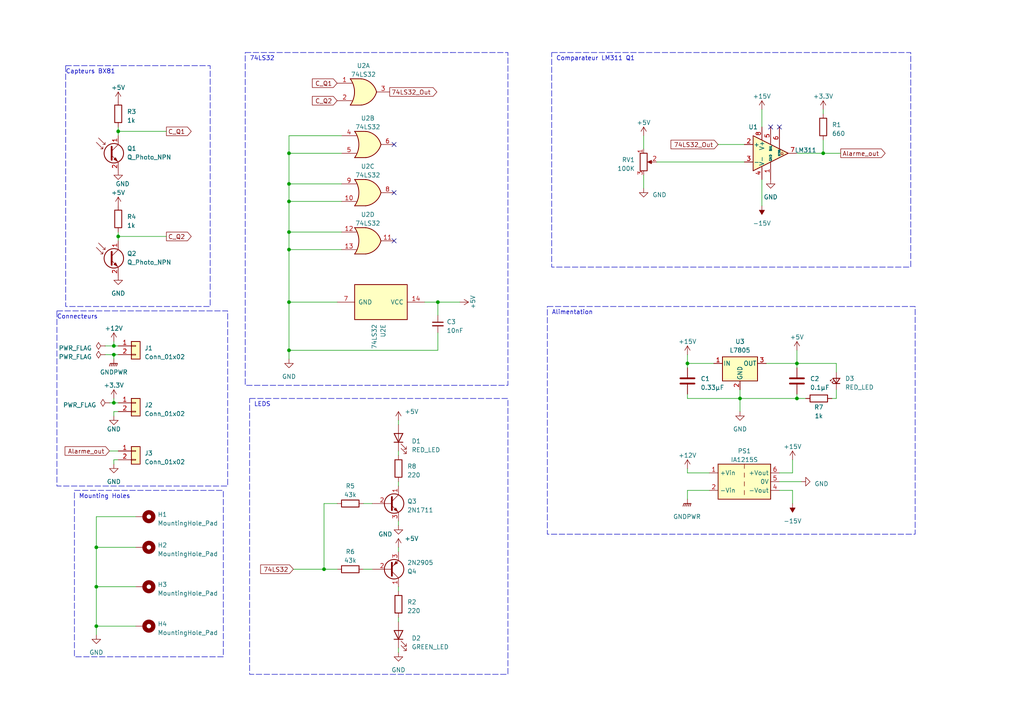
<source format=kicad_sch>
(kicad_sch (version 20230121) (generator eeschema)

  (uuid 66c5a678-50cb-418e-bb36-bb9b535ba892)

  (paper "A4")

  (title_block
    (title "PCB TP alarme")
    (comment 1 "Laura et Florient ")
  )

  (lib_symbols
    (symbol "74xx:74LS32" (pin_names (offset 1.016)) (in_bom yes) (on_board yes)
      (property "Reference" "U" (at 0 1.27 0)
        (effects (font (size 1.27 1.27)))
      )
      (property "Value" "74LS32" (at 0 -1.27 0)
        (effects (font (size 1.27 1.27)))
      )
      (property "Footprint" "" (at 0 0 0)
        (effects (font (size 1.27 1.27)) hide)
      )
      (property "Datasheet" "http://www.ti.com/lit/gpn/sn74LS32" (at 0 0 0)
        (effects (font (size 1.27 1.27)) hide)
      )
      (property "ki_locked" "" (at 0 0 0)
        (effects (font (size 1.27 1.27)))
      )
      (property "ki_keywords" "TTL Or2" (at 0 0 0)
        (effects (font (size 1.27 1.27)) hide)
      )
      (property "ki_description" "Quad 2-input OR" (at 0 0 0)
        (effects (font (size 1.27 1.27)) hide)
      )
      (property "ki_fp_filters" "DIP?14*" (at 0 0 0)
        (effects (font (size 1.27 1.27)) hide)
      )
      (symbol "74LS32_1_1"
        (arc (start -3.81 -3.81) (mid -2.589 0) (end -3.81 3.81)
          (stroke (width 0.254) (type default))
          (fill (type none))
        )
        (arc (start -0.6096 -3.81) (mid 2.1842 -2.5851) (end 3.81 0)
          (stroke (width 0.254) (type default))
          (fill (type background))
        )
        (polyline
          (pts
            (xy -3.81 -3.81)
            (xy -0.635 -3.81)
          )
          (stroke (width 0.254) (type default))
          (fill (type background))
        )
        (polyline
          (pts
            (xy -3.81 3.81)
            (xy -0.635 3.81)
          )
          (stroke (width 0.254) (type default))
          (fill (type background))
        )
        (polyline
          (pts
            (xy -0.635 3.81)
            (xy -3.81 3.81)
            (xy -3.81 3.81)
            (xy -3.556 3.4036)
            (xy -3.0226 2.2606)
            (xy -2.6924 1.0414)
            (xy -2.6162 -0.254)
            (xy -2.7686 -1.4986)
            (xy -3.175 -2.7178)
            (xy -3.81 -3.81)
            (xy -3.81 -3.81)
            (xy -0.635 -3.81)
          )
          (stroke (width -25.4) (type default))
          (fill (type background))
        )
        (arc (start 3.81 0) (mid 2.1915 2.5936) (end -0.6096 3.81)
          (stroke (width 0.254) (type default))
          (fill (type background))
        )
        (pin input line (at -7.62 2.54 0) (length 4.318)
          (name "~" (effects (font (size 1.27 1.27))))
          (number "1" (effects (font (size 1.27 1.27))))
        )
        (pin input line (at -7.62 -2.54 0) (length 4.318)
          (name "~" (effects (font (size 1.27 1.27))))
          (number "2" (effects (font (size 1.27 1.27))))
        )
        (pin output line (at 7.62 0 180) (length 3.81)
          (name "~" (effects (font (size 1.27 1.27))))
          (number "3" (effects (font (size 1.27 1.27))))
        )
      )
      (symbol "74LS32_1_2"
        (arc (start 0 -3.81) (mid 3.7934 0) (end 0 3.81)
          (stroke (width 0.254) (type default))
          (fill (type background))
        )
        (polyline
          (pts
            (xy 0 3.81)
            (xy -3.81 3.81)
            (xy -3.81 -3.81)
            (xy 0 -3.81)
          )
          (stroke (width 0.254) (type default))
          (fill (type background))
        )
        (pin input inverted (at -7.62 2.54 0) (length 3.81)
          (name "~" (effects (font (size 1.27 1.27))))
          (number "1" (effects (font (size 1.27 1.27))))
        )
        (pin input inverted (at -7.62 -2.54 0) (length 3.81)
          (name "~" (effects (font (size 1.27 1.27))))
          (number "2" (effects (font (size 1.27 1.27))))
        )
        (pin output inverted (at 7.62 0 180) (length 3.81)
          (name "~" (effects (font (size 1.27 1.27))))
          (number "3" (effects (font (size 1.27 1.27))))
        )
      )
      (symbol "74LS32_2_1"
        (arc (start -3.81 -3.81) (mid -2.589 0) (end -3.81 3.81)
          (stroke (width 0.254) (type default))
          (fill (type none))
        )
        (arc (start -0.6096 -3.81) (mid 2.1842 -2.5851) (end 3.81 0)
          (stroke (width 0.254) (type default))
          (fill (type background))
        )
        (polyline
          (pts
            (xy -3.81 -3.81)
            (xy -0.635 -3.81)
          )
          (stroke (width 0.254) (type default))
          (fill (type background))
        )
        (polyline
          (pts
            (xy -3.81 3.81)
            (xy -0.635 3.81)
          )
          (stroke (width 0.254) (type default))
          (fill (type background))
        )
        (polyline
          (pts
            (xy -0.635 3.81)
            (xy -3.81 3.81)
            (xy -3.81 3.81)
            (xy -3.556 3.4036)
            (xy -3.0226 2.2606)
            (xy -2.6924 1.0414)
            (xy -2.6162 -0.254)
            (xy -2.7686 -1.4986)
            (xy -3.175 -2.7178)
            (xy -3.81 -3.81)
            (xy -3.81 -3.81)
            (xy -0.635 -3.81)
          )
          (stroke (width -25.4) (type default))
          (fill (type background))
        )
        (arc (start 3.81 0) (mid 2.1915 2.5936) (end -0.6096 3.81)
          (stroke (width 0.254) (type default))
          (fill (type background))
        )
        (pin input line (at -7.62 2.54 0) (length 4.318)
          (name "~" (effects (font (size 1.27 1.27))))
          (number "4" (effects (font (size 1.27 1.27))))
        )
        (pin input line (at -7.62 -2.54 0) (length 4.318)
          (name "~" (effects (font (size 1.27 1.27))))
          (number "5" (effects (font (size 1.27 1.27))))
        )
        (pin output line (at 7.62 0 180) (length 3.81)
          (name "~" (effects (font (size 1.27 1.27))))
          (number "6" (effects (font (size 1.27 1.27))))
        )
      )
      (symbol "74LS32_2_2"
        (arc (start 0 -3.81) (mid 3.7934 0) (end 0 3.81)
          (stroke (width 0.254) (type default))
          (fill (type background))
        )
        (polyline
          (pts
            (xy 0 3.81)
            (xy -3.81 3.81)
            (xy -3.81 -3.81)
            (xy 0 -3.81)
          )
          (stroke (width 0.254) (type default))
          (fill (type background))
        )
        (pin input inverted (at -7.62 2.54 0) (length 3.81)
          (name "~" (effects (font (size 1.27 1.27))))
          (number "4" (effects (font (size 1.27 1.27))))
        )
        (pin input inverted (at -7.62 -2.54 0) (length 3.81)
          (name "~" (effects (font (size 1.27 1.27))))
          (number "5" (effects (font (size 1.27 1.27))))
        )
        (pin output inverted (at 7.62 0 180) (length 3.81)
          (name "~" (effects (font (size 1.27 1.27))))
          (number "6" (effects (font (size 1.27 1.27))))
        )
      )
      (symbol "74LS32_3_1"
        (arc (start -3.81 -3.81) (mid -2.589 0) (end -3.81 3.81)
          (stroke (width 0.254) (type default))
          (fill (type none))
        )
        (arc (start -0.6096 -3.81) (mid 2.1842 -2.5851) (end 3.81 0)
          (stroke (width 0.254) (type default))
          (fill (type background))
        )
        (polyline
          (pts
            (xy -3.81 -3.81)
            (xy -0.635 -3.81)
          )
          (stroke (width 0.254) (type default))
          (fill (type background))
        )
        (polyline
          (pts
            (xy -3.81 3.81)
            (xy -0.635 3.81)
          )
          (stroke (width 0.254) (type default))
          (fill (type background))
        )
        (polyline
          (pts
            (xy -0.635 3.81)
            (xy -3.81 3.81)
            (xy -3.81 3.81)
            (xy -3.556 3.4036)
            (xy -3.0226 2.2606)
            (xy -2.6924 1.0414)
            (xy -2.6162 -0.254)
            (xy -2.7686 -1.4986)
            (xy -3.175 -2.7178)
            (xy -3.81 -3.81)
            (xy -3.81 -3.81)
            (xy -0.635 -3.81)
          )
          (stroke (width -25.4) (type default))
          (fill (type background))
        )
        (arc (start 3.81 0) (mid 2.1915 2.5936) (end -0.6096 3.81)
          (stroke (width 0.254) (type default))
          (fill (type background))
        )
        (pin input line (at -7.62 -2.54 0) (length 4.318)
          (name "~" (effects (font (size 1.27 1.27))))
          (number "10" (effects (font (size 1.27 1.27))))
        )
        (pin output line (at 7.62 0 180) (length 3.81)
          (name "~" (effects (font (size 1.27 1.27))))
          (number "8" (effects (font (size 1.27 1.27))))
        )
        (pin input line (at -7.62 2.54 0) (length 4.318)
          (name "~" (effects (font (size 1.27 1.27))))
          (number "9" (effects (font (size 1.27 1.27))))
        )
      )
      (symbol "74LS32_3_2"
        (arc (start 0 -3.81) (mid 3.7934 0) (end 0 3.81)
          (stroke (width 0.254) (type default))
          (fill (type background))
        )
        (polyline
          (pts
            (xy 0 3.81)
            (xy -3.81 3.81)
            (xy -3.81 -3.81)
            (xy 0 -3.81)
          )
          (stroke (width 0.254) (type default))
          (fill (type background))
        )
        (pin input inverted (at -7.62 -2.54 0) (length 3.81)
          (name "~" (effects (font (size 1.27 1.27))))
          (number "10" (effects (font (size 1.27 1.27))))
        )
        (pin output inverted (at 7.62 0 180) (length 3.81)
          (name "~" (effects (font (size 1.27 1.27))))
          (number "8" (effects (font (size 1.27 1.27))))
        )
        (pin input inverted (at -7.62 2.54 0) (length 3.81)
          (name "~" (effects (font (size 1.27 1.27))))
          (number "9" (effects (font (size 1.27 1.27))))
        )
      )
      (symbol "74LS32_4_1"
        (arc (start -3.81 -3.81) (mid -2.589 0) (end -3.81 3.81)
          (stroke (width 0.254) (type default))
          (fill (type none))
        )
        (arc (start -0.6096 -3.81) (mid 2.1842 -2.5851) (end 3.81 0)
          (stroke (width 0.254) (type default))
          (fill (type background))
        )
        (polyline
          (pts
            (xy -3.81 -3.81)
            (xy -0.635 -3.81)
          )
          (stroke (width 0.254) (type default))
          (fill (type background))
        )
        (polyline
          (pts
            (xy -3.81 3.81)
            (xy -0.635 3.81)
          )
          (stroke (width 0.254) (type default))
          (fill (type background))
        )
        (polyline
          (pts
            (xy -0.635 3.81)
            (xy -3.81 3.81)
            (xy -3.81 3.81)
            (xy -3.556 3.4036)
            (xy -3.0226 2.2606)
            (xy -2.6924 1.0414)
            (xy -2.6162 -0.254)
            (xy -2.7686 -1.4986)
            (xy -3.175 -2.7178)
            (xy -3.81 -3.81)
            (xy -3.81 -3.81)
            (xy -0.635 -3.81)
          )
          (stroke (width -25.4) (type default))
          (fill (type background))
        )
        (arc (start 3.81 0) (mid 2.1915 2.5936) (end -0.6096 3.81)
          (stroke (width 0.254) (type default))
          (fill (type background))
        )
        (pin output line (at 7.62 0 180) (length 3.81)
          (name "~" (effects (font (size 1.27 1.27))))
          (number "11" (effects (font (size 1.27 1.27))))
        )
        (pin input line (at -7.62 2.54 0) (length 4.318)
          (name "~" (effects (font (size 1.27 1.27))))
          (number "12" (effects (font (size 1.27 1.27))))
        )
        (pin input line (at -7.62 -2.54 0) (length 4.318)
          (name "~" (effects (font (size 1.27 1.27))))
          (number "13" (effects (font (size 1.27 1.27))))
        )
      )
      (symbol "74LS32_4_2"
        (arc (start 0 -3.81) (mid 3.7934 0) (end 0 3.81)
          (stroke (width 0.254) (type default))
          (fill (type background))
        )
        (polyline
          (pts
            (xy 0 3.81)
            (xy -3.81 3.81)
            (xy -3.81 -3.81)
            (xy 0 -3.81)
          )
          (stroke (width 0.254) (type default))
          (fill (type background))
        )
        (pin output inverted (at 7.62 0 180) (length 3.81)
          (name "~" (effects (font (size 1.27 1.27))))
          (number "11" (effects (font (size 1.27 1.27))))
        )
        (pin input inverted (at -7.62 2.54 0) (length 3.81)
          (name "~" (effects (font (size 1.27 1.27))))
          (number "12" (effects (font (size 1.27 1.27))))
        )
        (pin input inverted (at -7.62 -2.54 0) (length 3.81)
          (name "~" (effects (font (size 1.27 1.27))))
          (number "13" (effects (font (size 1.27 1.27))))
        )
      )
      (symbol "74LS32_5_0"
        (pin power_in line (at 0 12.7 270) (length 5.08)
          (name "VCC" (effects (font (size 1.27 1.27))))
          (number "14" (effects (font (size 1.27 1.27))))
        )
        (pin power_in line (at 0 -12.7 90) (length 5.08)
          (name "GND" (effects (font (size 1.27 1.27))))
          (number "7" (effects (font (size 1.27 1.27))))
        )
      )
      (symbol "74LS32_5_1"
        (rectangle (start -5.08 7.62) (end 5.08 -7.62)
          (stroke (width 0.254) (type default))
          (fill (type background))
        )
      )
    )
    (symbol "Comparator:LM311" (pin_names (offset 0.127)) (in_bom yes) (on_board yes)
      (property "Reference" "U" (at 3.81 6.35 0)
        (effects (font (size 1.27 1.27)) (justify left))
      )
      (property "Value" "LM311" (at 3.81 3.81 0)
        (effects (font (size 1.27 1.27)) (justify left))
      )
      (property "Footprint" "" (at 0 0 0)
        (effects (font (size 1.27 1.27)) hide)
      )
      (property "Datasheet" "https://www.st.com/resource/en/datasheet/lm311.pdf" (at 0 0 0)
        (effects (font (size 1.27 1.27)) hide)
      )
      (property "ki_keywords" "cmp open collector" (at 0 0 0)
        (effects (font (size 1.27 1.27)) hide)
      )
      (property "ki_description" "Voltage Comparator, DIP-8/SOIC-8" (at 0 0 0)
        (effects (font (size 1.27 1.27)) hide)
      )
      (property "ki_fp_filters" "SOIC*3.9x4.9mm*P1.27mm* DIP*W7.62mm*" (at 0 0 0)
        (effects (font (size 1.27 1.27)) hide)
      )
      (symbol "LM311_0_1"
        (polyline
          (pts
            (xy 5.08 0)
            (xy -5.08 5.08)
            (xy -5.08 -5.08)
            (xy 5.08 0)
          )
          (stroke (width 0.254) (type default))
          (fill (type background))
        )
        (polyline
          (pts
            (xy 3.683 -0.381)
            (xy 3.302 -0.381)
            (xy 3.683 0)
            (xy 3.302 0.381)
            (xy 2.921 0)
            (xy 3.302 -0.381)
            (xy 2.921 -0.381)
          )
          (stroke (width 0.127) (type default))
          (fill (type none))
        )
      )
      (symbol "LM311_1_1"
        (pin passive line (at 0 -7.62 90) (length 5.08)
          (name "GND" (effects (font (size 0.635 0.635))))
          (number "1" (effects (font (size 1.27 1.27))))
        )
        (pin input line (at -7.62 2.54 0) (length 2.54)
          (name "+" (effects (font (size 1.27 1.27))))
          (number "2" (effects (font (size 1.27 1.27))))
        )
        (pin input line (at -7.62 -2.54 0) (length 2.54)
          (name "-" (effects (font (size 1.27 1.27))))
          (number "3" (effects (font (size 1.27 1.27))))
        )
        (pin power_in line (at -2.54 -7.62 90) (length 3.81)
          (name "V-" (effects (font (size 1.27 1.27))))
          (number "4" (effects (font (size 1.27 1.27))))
        )
        (pin input line (at 0 7.62 270) (length 5.08)
          (name "BAL" (effects (font (size 0.635 0.635))))
          (number "5" (effects (font (size 1.27 1.27))))
        )
        (pin input line (at 2.54 7.62 270) (length 6.35)
          (name "STRB" (effects (font (size 0.508 0.508))))
          (number "6" (effects (font (size 1.27 1.27))))
        )
        (pin open_collector line (at 7.62 0 180) (length 2.54)
          (name "~" (effects (font (size 1.27 1.27))))
          (number "7" (effects (font (size 1.27 1.27))))
        )
        (pin power_in line (at -2.54 7.62 270) (length 3.81)
          (name "V+" (effects (font (size 1.27 1.27))))
          (number "8" (effects (font (size 1.27 1.27))))
        )
      )
    )
    (symbol "Connector_Generic:Conn_01x02" (pin_names (offset 1.016) hide) (in_bom yes) (on_board yes)
      (property "Reference" "J" (at 0 2.54 0)
        (effects (font (size 1.27 1.27)))
      )
      (property "Value" "Conn_01x02" (at 0 -5.08 0)
        (effects (font (size 1.27 1.27)))
      )
      (property "Footprint" "" (at 0 0 0)
        (effects (font (size 1.27 1.27)) hide)
      )
      (property "Datasheet" "~" (at 0 0 0)
        (effects (font (size 1.27 1.27)) hide)
      )
      (property "ki_keywords" "connector" (at 0 0 0)
        (effects (font (size 1.27 1.27)) hide)
      )
      (property "ki_description" "Generic connector, single row, 01x02, script generated (kicad-library-utils/schlib/autogen/connector/)" (at 0 0 0)
        (effects (font (size 1.27 1.27)) hide)
      )
      (property "ki_fp_filters" "Connector*:*_1x??_*" (at 0 0 0)
        (effects (font (size 1.27 1.27)) hide)
      )
      (symbol "Conn_01x02_1_1"
        (rectangle (start -1.27 -2.413) (end 0 -2.667)
          (stroke (width 0.1524) (type default))
          (fill (type none))
        )
        (rectangle (start -1.27 0.127) (end 0 -0.127)
          (stroke (width 0.1524) (type default))
          (fill (type none))
        )
        (rectangle (start -1.27 1.27) (end 1.27 -3.81)
          (stroke (width 0.254) (type default))
          (fill (type background))
        )
        (pin passive line (at -5.08 0 0) (length 3.81)
          (name "Pin_1" (effects (font (size 1.27 1.27))))
          (number "1" (effects (font (size 1.27 1.27))))
        )
        (pin passive line (at -5.08 -2.54 0) (length 3.81)
          (name "Pin_2" (effects (font (size 1.27 1.27))))
          (number "2" (effects (font (size 1.27 1.27))))
        )
      )
    )
    (symbol "Converter_DCDC:IA1215S" (in_bom yes) (on_board yes)
      (property "Reference" "PS" (at -7.62 6.35 0)
        (effects (font (size 1.27 1.27)) (justify left))
      )
      (property "Value" "IA1215S" (at 1.27 6.35 0)
        (effects (font (size 1.27 1.27)) (justify left))
      )
      (property "Footprint" "Converter_DCDC:Converter_DCDC_XP_POWER-IAxxxxS_THT" (at -26.67 -6.35 0)
        (effects (font (size 1.27 1.27)) (justify left) hide)
      )
      (property "Datasheet" "https://www.xppower.com/pdfs/SF_IA.pdf" (at 26.67 -7.62 0)
        (effects (font (size 1.27 1.27)) (justify left) hide)
      )
      (property "ki_keywords" "XP_POWER DC/DC isolated Converter module" (at 0 0 0)
        (effects (font (size 1.27 1.27)) hide)
      )
      (property "ki_description" "XP Power 1W, 1000 VDC Isolated DC/DC Converter Module, Dual Output Voltage ±15V, ±33mA, 12V Input Voltage, SIP" (at 0 0 0)
        (effects (font (size 1.27 1.27)) hide)
      )
      (property "ki_fp_filters" "*XP?POWER?IAxxxxS*" (at 0 0 0)
        (effects (font (size 1.27 1.27)) hide)
      )
      (symbol "IA1215S_0_0"
        (pin power_in line (at -10.16 2.54 0) (length 2.54)
          (name "+Vin" (effects (font (size 1.27 1.27))))
          (number "1" (effects (font (size 1.27 1.27))))
        )
        (pin power_in line (at -10.16 -2.54 0) (length 2.54)
          (name "-Vin" (effects (font (size 1.27 1.27))))
          (number "2" (effects (font (size 1.27 1.27))))
        )
        (pin power_out line (at 10.16 -2.54 180) (length 2.54)
          (name "-Vout" (effects (font (size 1.27 1.27))))
          (number "4" (effects (font (size 1.27 1.27))))
        )
        (pin power_out line (at 10.16 0 180) (length 2.54)
          (name "0V" (effects (font (size 1.27 1.27))))
          (number "5" (effects (font (size 1.27 1.27))))
        )
        (pin power_out line (at 10.16 2.54 180) (length 2.54)
          (name "+Vout" (effects (font (size 1.27 1.27))))
          (number "6" (effects (font (size 1.27 1.27))))
        )
      )
      (symbol "IA1215S_0_1"
        (rectangle (start -7.62 5.08) (end 7.62 -5.08)
          (stroke (width 0.254) (type default))
          (fill (type background))
        )
        (polyline
          (pts
            (xy 0 -2.54)
            (xy 0 -3.81)
          )
          (stroke (width 0) (type default))
          (fill (type none))
        )
        (polyline
          (pts
            (xy 0 0)
            (xy 0 -1.27)
          )
          (stroke (width 0) (type default))
          (fill (type none))
        )
        (polyline
          (pts
            (xy 0 2.54)
            (xy 0 1.27)
          )
          (stroke (width 0) (type default))
          (fill (type none))
        )
        (polyline
          (pts
            (xy 0 5.08)
            (xy 0 3.81)
          )
          (stroke (width 0) (type default))
          (fill (type none))
        )
      )
    )
    (symbol "Device:C" (pin_numbers hide) (pin_names (offset 0.254)) (in_bom yes) (on_board yes)
      (property "Reference" "C" (at 0.635 2.54 0)
        (effects (font (size 1.27 1.27)) (justify left))
      )
      (property "Value" "C" (at 0.635 -2.54 0)
        (effects (font (size 1.27 1.27)) (justify left))
      )
      (property "Footprint" "" (at 0.9652 -3.81 0)
        (effects (font (size 1.27 1.27)) hide)
      )
      (property "Datasheet" "~" (at 0 0 0)
        (effects (font (size 1.27 1.27)) hide)
      )
      (property "ki_keywords" "cap capacitor" (at 0 0 0)
        (effects (font (size 1.27 1.27)) hide)
      )
      (property "ki_description" "Unpolarized capacitor" (at 0 0 0)
        (effects (font (size 1.27 1.27)) hide)
      )
      (property "ki_fp_filters" "C_*" (at 0 0 0)
        (effects (font (size 1.27 1.27)) hide)
      )
      (symbol "C_0_1"
        (polyline
          (pts
            (xy -2.032 -0.762)
            (xy 2.032 -0.762)
          )
          (stroke (width 0.508) (type default))
          (fill (type none))
        )
        (polyline
          (pts
            (xy -2.032 0.762)
            (xy 2.032 0.762)
          )
          (stroke (width 0.508) (type default))
          (fill (type none))
        )
      )
      (symbol "C_1_1"
        (pin passive line (at 0 3.81 270) (length 2.794)
          (name "~" (effects (font (size 1.27 1.27))))
          (number "1" (effects (font (size 1.27 1.27))))
        )
        (pin passive line (at 0 -3.81 90) (length 2.794)
          (name "~" (effects (font (size 1.27 1.27))))
          (number "2" (effects (font (size 1.27 1.27))))
        )
      )
    )
    (symbol "Device:C_Small" (pin_numbers hide) (pin_names (offset 0.254) hide) (in_bom yes) (on_board yes)
      (property "Reference" "C" (at 0.254 1.778 0)
        (effects (font (size 1.27 1.27)) (justify left))
      )
      (property "Value" "C_Small" (at 0.254 -2.032 0)
        (effects (font (size 1.27 1.27)) (justify left))
      )
      (property "Footprint" "" (at 0 0 0)
        (effects (font (size 1.27 1.27)) hide)
      )
      (property "Datasheet" "~" (at 0 0 0)
        (effects (font (size 1.27 1.27)) hide)
      )
      (property "ki_keywords" "capacitor cap" (at 0 0 0)
        (effects (font (size 1.27 1.27)) hide)
      )
      (property "ki_description" "Unpolarized capacitor, small symbol" (at 0 0 0)
        (effects (font (size 1.27 1.27)) hide)
      )
      (property "ki_fp_filters" "C_*" (at 0 0 0)
        (effects (font (size 1.27 1.27)) hide)
      )
      (symbol "C_Small_0_1"
        (polyline
          (pts
            (xy -1.524 -0.508)
            (xy 1.524 -0.508)
          )
          (stroke (width 0.3302) (type default))
          (fill (type none))
        )
        (polyline
          (pts
            (xy -1.524 0.508)
            (xy 1.524 0.508)
          )
          (stroke (width 0.3048) (type default))
          (fill (type none))
        )
      )
      (symbol "C_Small_1_1"
        (pin passive line (at 0 2.54 270) (length 2.032)
          (name "~" (effects (font (size 1.27 1.27))))
          (number "1" (effects (font (size 1.27 1.27))))
        )
        (pin passive line (at 0 -2.54 90) (length 2.032)
          (name "~" (effects (font (size 1.27 1.27))))
          (number "2" (effects (font (size 1.27 1.27))))
        )
      )
    )
    (symbol "Device:LED" (pin_numbers hide) (pin_names (offset 1.016) hide) (in_bom yes) (on_board yes)
      (property "Reference" "D" (at 0 2.54 0)
        (effects (font (size 1.27 1.27)))
      )
      (property "Value" "LED" (at 0 -2.54 0)
        (effects (font (size 1.27 1.27)))
      )
      (property "Footprint" "" (at 0 0 0)
        (effects (font (size 1.27 1.27)) hide)
      )
      (property "Datasheet" "~" (at 0 0 0)
        (effects (font (size 1.27 1.27)) hide)
      )
      (property "ki_keywords" "LED diode" (at 0 0 0)
        (effects (font (size 1.27 1.27)) hide)
      )
      (property "ki_description" "Light emitting diode" (at 0 0 0)
        (effects (font (size 1.27 1.27)) hide)
      )
      (property "ki_fp_filters" "LED* LED_SMD:* LED_THT:*" (at 0 0 0)
        (effects (font (size 1.27 1.27)) hide)
      )
      (symbol "LED_0_1"
        (polyline
          (pts
            (xy -1.27 -1.27)
            (xy -1.27 1.27)
          )
          (stroke (width 0.254) (type default))
          (fill (type none))
        )
        (polyline
          (pts
            (xy -1.27 0)
            (xy 1.27 0)
          )
          (stroke (width 0) (type default))
          (fill (type none))
        )
        (polyline
          (pts
            (xy 1.27 -1.27)
            (xy 1.27 1.27)
            (xy -1.27 0)
            (xy 1.27 -1.27)
          )
          (stroke (width 0.254) (type default))
          (fill (type none))
        )
        (polyline
          (pts
            (xy -3.048 -0.762)
            (xy -4.572 -2.286)
            (xy -3.81 -2.286)
            (xy -4.572 -2.286)
            (xy -4.572 -1.524)
          )
          (stroke (width 0) (type default))
          (fill (type none))
        )
        (polyline
          (pts
            (xy -1.778 -0.762)
            (xy -3.302 -2.286)
            (xy -2.54 -2.286)
            (xy -3.302 -2.286)
            (xy -3.302 -1.524)
          )
          (stroke (width 0) (type default))
          (fill (type none))
        )
      )
      (symbol "LED_1_1"
        (pin passive line (at -3.81 0 0) (length 2.54)
          (name "K" (effects (font (size 1.27 1.27))))
          (number "1" (effects (font (size 1.27 1.27))))
        )
        (pin passive line (at 3.81 0 180) (length 2.54)
          (name "A" (effects (font (size 1.27 1.27))))
          (number "2" (effects (font (size 1.27 1.27))))
        )
      )
    )
    (symbol "Device:LED_Small" (pin_numbers hide) (pin_names (offset 0.254) hide) (in_bom yes) (on_board yes)
      (property "Reference" "D" (at -1.27 3.175 0)
        (effects (font (size 1.27 1.27)) (justify left))
      )
      (property "Value" "LED_Small" (at -4.445 -2.54 0)
        (effects (font (size 1.27 1.27)) (justify left))
      )
      (property "Footprint" "" (at 0 0 90)
        (effects (font (size 1.27 1.27)) hide)
      )
      (property "Datasheet" "~" (at 0 0 90)
        (effects (font (size 1.27 1.27)) hide)
      )
      (property "ki_keywords" "LED diode light-emitting-diode" (at 0 0 0)
        (effects (font (size 1.27 1.27)) hide)
      )
      (property "ki_description" "Light emitting diode, small symbol" (at 0 0 0)
        (effects (font (size 1.27 1.27)) hide)
      )
      (property "ki_fp_filters" "LED* LED_SMD:* LED_THT:*" (at 0 0 0)
        (effects (font (size 1.27 1.27)) hide)
      )
      (symbol "LED_Small_0_1"
        (polyline
          (pts
            (xy -0.762 -1.016)
            (xy -0.762 1.016)
          )
          (stroke (width 0.254) (type default))
          (fill (type none))
        )
        (polyline
          (pts
            (xy 1.016 0)
            (xy -0.762 0)
          )
          (stroke (width 0) (type default))
          (fill (type none))
        )
        (polyline
          (pts
            (xy 0.762 -1.016)
            (xy -0.762 0)
            (xy 0.762 1.016)
            (xy 0.762 -1.016)
          )
          (stroke (width 0.254) (type default))
          (fill (type none))
        )
        (polyline
          (pts
            (xy 0 0.762)
            (xy -0.508 1.27)
            (xy -0.254 1.27)
            (xy -0.508 1.27)
            (xy -0.508 1.016)
          )
          (stroke (width 0) (type default))
          (fill (type none))
        )
        (polyline
          (pts
            (xy 0.508 1.27)
            (xy 0 1.778)
            (xy 0.254 1.778)
            (xy 0 1.778)
            (xy 0 1.524)
          )
          (stroke (width 0) (type default))
          (fill (type none))
        )
      )
      (symbol "LED_Small_1_1"
        (pin passive line (at -2.54 0 0) (length 1.778)
          (name "K" (effects (font (size 1.27 1.27))))
          (number "1" (effects (font (size 1.27 1.27))))
        )
        (pin passive line (at 2.54 0 180) (length 1.778)
          (name "A" (effects (font (size 1.27 1.27))))
          (number "2" (effects (font (size 1.27 1.27))))
        )
      )
    )
    (symbol "Device:Q_NPN_CBE" (pin_names (offset 0) hide) (in_bom yes) (on_board yes)
      (property "Reference" "Q" (at 5.08 1.27 0)
        (effects (font (size 1.27 1.27)) (justify left))
      )
      (property "Value" "Q_NPN_CBE" (at 5.08 -1.27 0)
        (effects (font (size 1.27 1.27)) (justify left))
      )
      (property "Footprint" "" (at 5.08 2.54 0)
        (effects (font (size 1.27 1.27)) hide)
      )
      (property "Datasheet" "~" (at 0 0 0)
        (effects (font (size 1.27 1.27)) hide)
      )
      (property "ki_keywords" "transistor NPN" (at 0 0 0)
        (effects (font (size 1.27 1.27)) hide)
      )
      (property "ki_description" "NPN transistor, collector/base/emitter" (at 0 0 0)
        (effects (font (size 1.27 1.27)) hide)
      )
      (symbol "Q_NPN_CBE_0_1"
        (polyline
          (pts
            (xy 0.635 0.635)
            (xy 2.54 2.54)
          )
          (stroke (width 0) (type default))
          (fill (type none))
        )
        (polyline
          (pts
            (xy 0.635 -0.635)
            (xy 2.54 -2.54)
            (xy 2.54 -2.54)
          )
          (stroke (width 0) (type default))
          (fill (type none))
        )
        (polyline
          (pts
            (xy 0.635 1.905)
            (xy 0.635 -1.905)
            (xy 0.635 -1.905)
          )
          (stroke (width 0.508) (type default))
          (fill (type none))
        )
        (polyline
          (pts
            (xy 1.27 -1.778)
            (xy 1.778 -1.27)
            (xy 2.286 -2.286)
            (xy 1.27 -1.778)
            (xy 1.27 -1.778)
          )
          (stroke (width 0) (type default))
          (fill (type outline))
        )
        (circle (center 1.27 0) (radius 2.8194)
          (stroke (width 0.254) (type default))
          (fill (type none))
        )
      )
      (symbol "Q_NPN_CBE_1_1"
        (pin passive line (at 2.54 5.08 270) (length 2.54)
          (name "C" (effects (font (size 1.27 1.27))))
          (number "1" (effects (font (size 1.27 1.27))))
        )
        (pin input line (at -5.08 0 0) (length 5.715)
          (name "B" (effects (font (size 1.27 1.27))))
          (number "2" (effects (font (size 1.27 1.27))))
        )
        (pin passive line (at 2.54 -5.08 90) (length 2.54)
          (name "E" (effects (font (size 1.27 1.27))))
          (number "3" (effects (font (size 1.27 1.27))))
        )
      )
    )
    (symbol "Device:Q_PNP_CBE" (pin_names (offset 0) hide) (in_bom yes) (on_board yes)
      (property "Reference" "Q" (at 5.08 1.27 0)
        (effects (font (size 1.27 1.27)) (justify left))
      )
      (property "Value" "Q_PNP_CBE" (at 5.08 -1.27 0)
        (effects (font (size 1.27 1.27)) (justify left))
      )
      (property "Footprint" "" (at 5.08 2.54 0)
        (effects (font (size 1.27 1.27)) hide)
      )
      (property "Datasheet" "~" (at 0 0 0)
        (effects (font (size 1.27 1.27)) hide)
      )
      (property "ki_keywords" "transistor PNP" (at 0 0 0)
        (effects (font (size 1.27 1.27)) hide)
      )
      (property "ki_description" "PNP transistor, collector/base/emitter" (at 0 0 0)
        (effects (font (size 1.27 1.27)) hide)
      )
      (symbol "Q_PNP_CBE_0_1"
        (polyline
          (pts
            (xy 0.635 0.635)
            (xy 2.54 2.54)
          )
          (stroke (width 0) (type default))
          (fill (type none))
        )
        (polyline
          (pts
            (xy 0.635 -0.635)
            (xy 2.54 -2.54)
            (xy 2.54 -2.54)
          )
          (stroke (width 0) (type default))
          (fill (type none))
        )
        (polyline
          (pts
            (xy 0.635 1.905)
            (xy 0.635 -1.905)
            (xy 0.635 -1.905)
          )
          (stroke (width 0.508) (type default))
          (fill (type none))
        )
        (polyline
          (pts
            (xy 2.286 -1.778)
            (xy 1.778 -2.286)
            (xy 1.27 -1.27)
            (xy 2.286 -1.778)
            (xy 2.286 -1.778)
          )
          (stroke (width 0) (type default))
          (fill (type outline))
        )
        (circle (center 1.27 0) (radius 2.8194)
          (stroke (width 0.254) (type default))
          (fill (type none))
        )
      )
      (symbol "Q_PNP_CBE_1_1"
        (pin passive line (at 2.54 5.08 270) (length 2.54)
          (name "C" (effects (font (size 1.27 1.27))))
          (number "1" (effects (font (size 1.27 1.27))))
        )
        (pin input line (at -5.08 0 0) (length 5.715)
          (name "B" (effects (font (size 1.27 1.27))))
          (number "2" (effects (font (size 1.27 1.27))))
        )
        (pin passive line (at 2.54 -5.08 90) (length 2.54)
          (name "E" (effects (font (size 1.27 1.27))))
          (number "3" (effects (font (size 1.27 1.27))))
        )
      )
    )
    (symbol "Device:Q_Photo_NPN" (pin_names (offset 0) hide) (in_bom yes) (on_board yes)
      (property "Reference" "Q" (at 5.08 1.27 0)
        (effects (font (size 1.27 1.27)) (justify left))
      )
      (property "Value" "Q_Photo_NPN" (at 5.08 -1.27 0)
        (effects (font (size 1.27 1.27)) (justify left))
      )
      (property "Footprint" "" (at 5.08 2.54 0)
        (effects (font (size 1.27 1.27)) hide)
      )
      (property "Datasheet" "~" (at 0 0 0)
        (effects (font (size 1.27 1.27)) hide)
      )
      (property "ki_keywords" "phototransistor NPN" (at 0 0 0)
        (effects (font (size 1.27 1.27)) hide)
      )
      (property "ki_description" "NPN phototransistor, collector/emitter" (at 0 0 0)
        (effects (font (size 1.27 1.27)) hide)
      )
      (symbol "Q_Photo_NPN_0_1"
        (polyline
          (pts
            (xy -1.905 1.27)
            (xy -2.54 1.27)
          )
          (stroke (width 0) (type default))
          (fill (type none))
        )
        (polyline
          (pts
            (xy -1.27 2.54)
            (xy -1.905 2.54)
          )
          (stroke (width 0) (type default))
          (fill (type none))
        )
        (polyline
          (pts
            (xy 0.635 0.635)
            (xy 2.54 2.54)
          )
          (stroke (width 0) (type default))
          (fill (type none))
        )
        (polyline
          (pts
            (xy -3.81 3.175)
            (xy -1.905 1.27)
            (xy -1.905 1.905)
          )
          (stroke (width 0) (type default))
          (fill (type none))
        )
        (polyline
          (pts
            (xy -3.175 4.445)
            (xy -1.27 2.54)
            (xy -1.27 3.175)
          )
          (stroke (width 0) (type default))
          (fill (type none))
        )
        (polyline
          (pts
            (xy 0.635 -0.635)
            (xy 2.54 -2.54)
            (xy 2.54 -2.54)
          )
          (stroke (width 0) (type default))
          (fill (type none))
        )
        (polyline
          (pts
            (xy 0.635 1.905)
            (xy 0.635 -1.905)
            (xy 0.635 -1.905)
          )
          (stroke (width 0.508) (type default))
          (fill (type none))
        )
        (polyline
          (pts
            (xy 1.27 -1.778)
            (xy 1.778 -1.27)
            (xy 2.286 -2.286)
            (xy 1.27 -1.778)
            (xy 1.27 -1.778)
          )
          (stroke (width 0) (type default))
          (fill (type outline))
        )
        (circle (center 1.27 0) (radius 2.8194)
          (stroke (width 0.254) (type default))
          (fill (type none))
        )
      )
      (symbol "Q_Photo_NPN_1_1"
        (pin passive line (at 2.54 5.08 270) (length 2.54)
          (name "C" (effects (font (size 1.27 1.27))))
          (number "1" (effects (font (size 1.27 1.27))))
        )
        (pin passive line (at 2.54 -5.08 90) (length 2.54)
          (name "E" (effects (font (size 1.27 1.27))))
          (number "2" (effects (font (size 1.27 1.27))))
        )
      )
    )
    (symbol "Device:R" (pin_numbers hide) (pin_names (offset 0)) (in_bom yes) (on_board yes)
      (property "Reference" "R" (at 2.032 0 90)
        (effects (font (size 1.27 1.27)))
      )
      (property "Value" "R" (at 0 0 90)
        (effects (font (size 1.27 1.27)))
      )
      (property "Footprint" "" (at -1.778 0 90)
        (effects (font (size 1.27 1.27)) hide)
      )
      (property "Datasheet" "~" (at 0 0 0)
        (effects (font (size 1.27 1.27)) hide)
      )
      (property "ki_keywords" "R res resistor" (at 0 0 0)
        (effects (font (size 1.27 1.27)) hide)
      )
      (property "ki_description" "Resistor" (at 0 0 0)
        (effects (font (size 1.27 1.27)) hide)
      )
      (property "ki_fp_filters" "R_*" (at 0 0 0)
        (effects (font (size 1.27 1.27)) hide)
      )
      (symbol "R_0_1"
        (rectangle (start -1.016 -2.54) (end 1.016 2.54)
          (stroke (width 0.254) (type default))
          (fill (type none))
        )
      )
      (symbol "R_1_1"
        (pin passive line (at 0 3.81 270) (length 1.27)
          (name "~" (effects (font (size 1.27 1.27))))
          (number "1" (effects (font (size 1.27 1.27))))
        )
        (pin passive line (at 0 -3.81 90) (length 1.27)
          (name "~" (effects (font (size 1.27 1.27))))
          (number "2" (effects (font (size 1.27 1.27))))
        )
      )
    )
    (symbol "Device:R_Potentiometer" (pin_names (offset 1.016) hide) (in_bom yes) (on_board yes)
      (property "Reference" "RV" (at -4.445 0 90)
        (effects (font (size 1.27 1.27)))
      )
      (property "Value" "R_Potentiometer" (at -2.54 0 90)
        (effects (font (size 1.27 1.27)))
      )
      (property "Footprint" "" (at 0 0 0)
        (effects (font (size 1.27 1.27)) hide)
      )
      (property "Datasheet" "~" (at 0 0 0)
        (effects (font (size 1.27 1.27)) hide)
      )
      (property "ki_keywords" "resistor variable" (at 0 0 0)
        (effects (font (size 1.27 1.27)) hide)
      )
      (property "ki_description" "Potentiometer" (at 0 0 0)
        (effects (font (size 1.27 1.27)) hide)
      )
      (property "ki_fp_filters" "Potentiometer*" (at 0 0 0)
        (effects (font (size 1.27 1.27)) hide)
      )
      (symbol "R_Potentiometer_0_1"
        (polyline
          (pts
            (xy 2.54 0)
            (xy 1.524 0)
          )
          (stroke (width 0) (type default))
          (fill (type none))
        )
        (polyline
          (pts
            (xy 1.143 0)
            (xy 2.286 0.508)
            (xy 2.286 -0.508)
            (xy 1.143 0)
          )
          (stroke (width 0) (type default))
          (fill (type outline))
        )
        (rectangle (start 1.016 2.54) (end -1.016 -2.54)
          (stroke (width 0.254) (type default))
          (fill (type none))
        )
      )
      (symbol "R_Potentiometer_1_1"
        (pin passive line (at 0 3.81 270) (length 1.27)
          (name "1" (effects (font (size 1.27 1.27))))
          (number "1" (effects (font (size 1.27 1.27))))
        )
        (pin passive line (at 3.81 0 180) (length 1.27)
          (name "2" (effects (font (size 1.27 1.27))))
          (number "2" (effects (font (size 1.27 1.27))))
        )
        (pin passive line (at 0 -3.81 90) (length 1.27)
          (name "3" (effects (font (size 1.27 1.27))))
          (number "3" (effects (font (size 1.27 1.27))))
        )
      )
    )
    (symbol "Mechanical:MountingHole_Pad" (pin_numbers hide) (pin_names (offset 1.016) hide) (in_bom yes) (on_board yes)
      (property "Reference" "H" (at 0 6.35 0)
        (effects (font (size 1.27 1.27)))
      )
      (property "Value" "MountingHole_Pad" (at 0 4.445 0)
        (effects (font (size 1.27 1.27)))
      )
      (property "Footprint" "" (at 0 0 0)
        (effects (font (size 1.27 1.27)) hide)
      )
      (property "Datasheet" "~" (at 0 0 0)
        (effects (font (size 1.27 1.27)) hide)
      )
      (property "ki_keywords" "mounting hole" (at 0 0 0)
        (effects (font (size 1.27 1.27)) hide)
      )
      (property "ki_description" "Mounting Hole with connection" (at 0 0 0)
        (effects (font (size 1.27 1.27)) hide)
      )
      (property "ki_fp_filters" "MountingHole*Pad*" (at 0 0 0)
        (effects (font (size 1.27 1.27)) hide)
      )
      (symbol "MountingHole_Pad_0_1"
        (circle (center 0 1.27) (radius 1.27)
          (stroke (width 1.27) (type default))
          (fill (type none))
        )
      )
      (symbol "MountingHole_Pad_1_1"
        (pin input line (at 0 -2.54 90) (length 2.54)
          (name "1" (effects (font (size 1.27 1.27))))
          (number "1" (effects (font (size 1.27 1.27))))
        )
      )
    )
    (symbol "Regulator_Linear:L7805" (pin_names (offset 0.254)) (in_bom yes) (on_board yes)
      (property "Reference" "U" (at -3.81 3.175 0)
        (effects (font (size 1.27 1.27)))
      )
      (property "Value" "L7805" (at 0 3.175 0)
        (effects (font (size 1.27 1.27)) (justify left))
      )
      (property "Footprint" "" (at 0.635 -3.81 0)
        (effects (font (size 1.27 1.27) italic) (justify left) hide)
      )
      (property "Datasheet" "http://www.st.com/content/ccc/resource/technical/document/datasheet/41/4f/b3/b0/12/d4/47/88/CD00000444.pdf/files/CD00000444.pdf/jcr:content/translations/en.CD00000444.pdf" (at 0 -1.27 0)
        (effects (font (size 1.27 1.27)) hide)
      )
      (property "ki_keywords" "Voltage Regulator 1.5A Positive" (at 0 0 0)
        (effects (font (size 1.27 1.27)) hide)
      )
      (property "ki_description" "Positive 1.5A 35V Linear Regulator, Fixed Output 5V, TO-220/TO-263/TO-252" (at 0 0 0)
        (effects (font (size 1.27 1.27)) hide)
      )
      (property "ki_fp_filters" "TO?252* TO?263* TO?220*" (at 0 0 0)
        (effects (font (size 1.27 1.27)) hide)
      )
      (symbol "L7805_0_1"
        (rectangle (start -5.08 1.905) (end 5.08 -5.08)
          (stroke (width 0.254) (type default))
          (fill (type background))
        )
      )
      (symbol "L7805_1_1"
        (pin power_in line (at -7.62 0 0) (length 2.54)
          (name "IN" (effects (font (size 1.27 1.27))))
          (number "1" (effects (font (size 1.27 1.27))))
        )
        (pin power_in line (at 0 -7.62 90) (length 2.54)
          (name "GND" (effects (font (size 1.27 1.27))))
          (number "2" (effects (font (size 1.27 1.27))))
        )
        (pin power_out line (at 7.62 0 180) (length 2.54)
          (name "OUT" (effects (font (size 1.27 1.27))))
          (number "3" (effects (font (size 1.27 1.27))))
        )
      )
    )
    (symbol "power:+12V" (power) (pin_names (offset 0)) (in_bom yes) (on_board yes)
      (property "Reference" "#PWR" (at 0 -3.81 0)
        (effects (font (size 1.27 1.27)) hide)
      )
      (property "Value" "+12V" (at 0 3.556 0)
        (effects (font (size 1.27 1.27)))
      )
      (property "Footprint" "" (at 0 0 0)
        (effects (font (size 1.27 1.27)) hide)
      )
      (property "Datasheet" "" (at 0 0 0)
        (effects (font (size 1.27 1.27)) hide)
      )
      (property "ki_keywords" "global power" (at 0 0 0)
        (effects (font (size 1.27 1.27)) hide)
      )
      (property "ki_description" "Power symbol creates a global label with name \"+12V\"" (at 0 0 0)
        (effects (font (size 1.27 1.27)) hide)
      )
      (symbol "+12V_0_1"
        (polyline
          (pts
            (xy -0.762 1.27)
            (xy 0 2.54)
          )
          (stroke (width 0) (type default))
          (fill (type none))
        )
        (polyline
          (pts
            (xy 0 0)
            (xy 0 2.54)
          )
          (stroke (width 0) (type default))
          (fill (type none))
        )
        (polyline
          (pts
            (xy 0 2.54)
            (xy 0.762 1.27)
          )
          (stroke (width 0) (type default))
          (fill (type none))
        )
      )
      (symbol "+12V_1_1"
        (pin power_in line (at 0 0 90) (length 0) hide
          (name "+12V" (effects (font (size 1.27 1.27))))
          (number "1" (effects (font (size 1.27 1.27))))
        )
      )
    )
    (symbol "power:+15V" (power) (pin_names (offset 0)) (in_bom yes) (on_board yes)
      (property "Reference" "#PWR" (at 0 -3.81 0)
        (effects (font (size 1.27 1.27)) hide)
      )
      (property "Value" "+15V" (at 0 3.556 0)
        (effects (font (size 1.27 1.27)))
      )
      (property "Footprint" "" (at 0 0 0)
        (effects (font (size 1.27 1.27)) hide)
      )
      (property "Datasheet" "" (at 0 0 0)
        (effects (font (size 1.27 1.27)) hide)
      )
      (property "ki_keywords" "global power" (at 0 0 0)
        (effects (font (size 1.27 1.27)) hide)
      )
      (property "ki_description" "Power symbol creates a global label with name \"+15V\"" (at 0 0 0)
        (effects (font (size 1.27 1.27)) hide)
      )
      (symbol "+15V_0_1"
        (polyline
          (pts
            (xy -0.762 1.27)
            (xy 0 2.54)
          )
          (stroke (width 0) (type default))
          (fill (type none))
        )
        (polyline
          (pts
            (xy 0 0)
            (xy 0 2.54)
          )
          (stroke (width 0) (type default))
          (fill (type none))
        )
        (polyline
          (pts
            (xy 0 2.54)
            (xy 0.762 1.27)
          )
          (stroke (width 0) (type default))
          (fill (type none))
        )
      )
      (symbol "+15V_1_1"
        (pin power_in line (at 0 0 90) (length 0) hide
          (name "+15V" (effects (font (size 1.27 1.27))))
          (number "1" (effects (font (size 1.27 1.27))))
        )
      )
    )
    (symbol "power:+3.3V" (power) (pin_names (offset 0)) (in_bom yes) (on_board yes)
      (property "Reference" "#PWR" (at 0 -3.81 0)
        (effects (font (size 1.27 1.27)) hide)
      )
      (property "Value" "+3.3V" (at 0 3.556 0)
        (effects (font (size 1.27 1.27)))
      )
      (property "Footprint" "" (at 0 0 0)
        (effects (font (size 1.27 1.27)) hide)
      )
      (property "Datasheet" "" (at 0 0 0)
        (effects (font (size 1.27 1.27)) hide)
      )
      (property "ki_keywords" "global power" (at 0 0 0)
        (effects (font (size 1.27 1.27)) hide)
      )
      (property "ki_description" "Power symbol creates a global label with name \"+3.3V\"" (at 0 0 0)
        (effects (font (size 1.27 1.27)) hide)
      )
      (symbol "+3.3V_0_1"
        (polyline
          (pts
            (xy -0.762 1.27)
            (xy 0 2.54)
          )
          (stroke (width 0) (type default))
          (fill (type none))
        )
        (polyline
          (pts
            (xy 0 0)
            (xy 0 2.54)
          )
          (stroke (width 0) (type default))
          (fill (type none))
        )
        (polyline
          (pts
            (xy 0 2.54)
            (xy 0.762 1.27)
          )
          (stroke (width 0) (type default))
          (fill (type none))
        )
      )
      (symbol "+3.3V_1_1"
        (pin power_in line (at 0 0 90) (length 0) hide
          (name "+3.3V" (effects (font (size 1.27 1.27))))
          (number "1" (effects (font (size 1.27 1.27))))
        )
      )
    )
    (symbol "power:+5V" (power) (pin_names (offset 0)) (in_bom yes) (on_board yes)
      (property "Reference" "#PWR" (at 0 -3.81 0)
        (effects (font (size 1.27 1.27)) hide)
      )
      (property "Value" "+5V" (at 0 3.556 0)
        (effects (font (size 1.27 1.27)))
      )
      (property "Footprint" "" (at 0 0 0)
        (effects (font (size 1.27 1.27)) hide)
      )
      (property "Datasheet" "" (at 0 0 0)
        (effects (font (size 1.27 1.27)) hide)
      )
      (property "ki_keywords" "global power" (at 0 0 0)
        (effects (font (size 1.27 1.27)) hide)
      )
      (property "ki_description" "Power symbol creates a global label with name \"+5V\"" (at 0 0 0)
        (effects (font (size 1.27 1.27)) hide)
      )
      (symbol "+5V_0_1"
        (polyline
          (pts
            (xy -0.762 1.27)
            (xy 0 2.54)
          )
          (stroke (width 0) (type default))
          (fill (type none))
        )
        (polyline
          (pts
            (xy 0 0)
            (xy 0 2.54)
          )
          (stroke (width 0) (type default))
          (fill (type none))
        )
        (polyline
          (pts
            (xy 0 2.54)
            (xy 0.762 1.27)
          )
          (stroke (width 0) (type default))
          (fill (type none))
        )
      )
      (symbol "+5V_1_1"
        (pin power_in line (at 0 0 90) (length 0) hide
          (name "+5V" (effects (font (size 1.27 1.27))))
          (number "1" (effects (font (size 1.27 1.27))))
        )
      )
    )
    (symbol "power:-15V" (power) (pin_names (offset 0)) (in_bom yes) (on_board yes)
      (property "Reference" "#PWR" (at 0 2.54 0)
        (effects (font (size 1.27 1.27)) hide)
      )
      (property "Value" "-15V" (at 0 3.81 0)
        (effects (font (size 1.27 1.27)))
      )
      (property "Footprint" "" (at 0 0 0)
        (effects (font (size 1.27 1.27)) hide)
      )
      (property "Datasheet" "" (at 0 0 0)
        (effects (font (size 1.27 1.27)) hide)
      )
      (property "ki_keywords" "global power" (at 0 0 0)
        (effects (font (size 1.27 1.27)) hide)
      )
      (property "ki_description" "Power symbol creates a global label with name \"-15V\"" (at 0 0 0)
        (effects (font (size 1.27 1.27)) hide)
      )
      (symbol "-15V_0_0"
        (pin power_in line (at 0 0 90) (length 0) hide
          (name "-15V" (effects (font (size 1.27 1.27))))
          (number "1" (effects (font (size 1.27 1.27))))
        )
      )
      (symbol "-15V_0_1"
        (polyline
          (pts
            (xy 0 0)
            (xy 0 1.27)
            (xy 0.762 1.27)
            (xy 0 2.54)
            (xy -0.762 1.27)
            (xy 0 1.27)
          )
          (stroke (width 0) (type default))
          (fill (type outline))
        )
      )
    )
    (symbol "power:GND" (power) (pin_names (offset 0)) (in_bom yes) (on_board yes)
      (property "Reference" "#PWR" (at 0 -6.35 0)
        (effects (font (size 1.27 1.27)) hide)
      )
      (property "Value" "GND" (at 0 -3.81 0)
        (effects (font (size 1.27 1.27)))
      )
      (property "Footprint" "" (at 0 0 0)
        (effects (font (size 1.27 1.27)) hide)
      )
      (property "Datasheet" "" (at 0 0 0)
        (effects (font (size 1.27 1.27)) hide)
      )
      (property "ki_keywords" "global power" (at 0 0 0)
        (effects (font (size 1.27 1.27)) hide)
      )
      (property "ki_description" "Power symbol creates a global label with name \"GND\" , ground" (at 0 0 0)
        (effects (font (size 1.27 1.27)) hide)
      )
      (symbol "GND_0_1"
        (polyline
          (pts
            (xy 0 0)
            (xy 0 -1.27)
            (xy 1.27 -1.27)
            (xy 0 -2.54)
            (xy -1.27 -1.27)
            (xy 0 -1.27)
          )
          (stroke (width 0) (type default))
          (fill (type none))
        )
      )
      (symbol "GND_1_1"
        (pin power_in line (at 0 0 270) (length 0) hide
          (name "GND" (effects (font (size 1.27 1.27))))
          (number "1" (effects (font (size 1.27 1.27))))
        )
      )
    )
    (symbol "power:GNDPWR" (power) (pin_names (offset 0)) (in_bom yes) (on_board yes)
      (property "Reference" "#PWR" (at 0 -5.08 0)
        (effects (font (size 1.27 1.27)) hide)
      )
      (property "Value" "GNDPWR" (at 0 -3.302 0)
        (effects (font (size 1.27 1.27)))
      )
      (property "Footprint" "" (at 0 -1.27 0)
        (effects (font (size 1.27 1.27)) hide)
      )
      (property "Datasheet" "" (at 0 -1.27 0)
        (effects (font (size 1.27 1.27)) hide)
      )
      (property "ki_keywords" "global ground" (at 0 0 0)
        (effects (font (size 1.27 1.27)) hide)
      )
      (property "ki_description" "Power symbol creates a global label with name \"GNDPWR\" , global ground" (at 0 0 0)
        (effects (font (size 1.27 1.27)) hide)
      )
      (symbol "GNDPWR_0_1"
        (polyline
          (pts
            (xy 0 -1.27)
            (xy 0 0)
          )
          (stroke (width 0) (type default))
          (fill (type none))
        )
        (polyline
          (pts
            (xy -1.016 -1.27)
            (xy -1.27 -2.032)
            (xy -1.27 -2.032)
          )
          (stroke (width 0.2032) (type default))
          (fill (type none))
        )
        (polyline
          (pts
            (xy -0.508 -1.27)
            (xy -0.762 -2.032)
            (xy -0.762 -2.032)
          )
          (stroke (width 0.2032) (type default))
          (fill (type none))
        )
        (polyline
          (pts
            (xy 0 -1.27)
            (xy -0.254 -2.032)
            (xy -0.254 -2.032)
          )
          (stroke (width 0.2032) (type default))
          (fill (type none))
        )
        (polyline
          (pts
            (xy 0.508 -1.27)
            (xy 0.254 -2.032)
            (xy 0.254 -2.032)
          )
          (stroke (width 0.2032) (type default))
          (fill (type none))
        )
        (polyline
          (pts
            (xy 1.016 -1.27)
            (xy -1.016 -1.27)
            (xy -1.016 -1.27)
          )
          (stroke (width 0.2032) (type default))
          (fill (type none))
        )
        (polyline
          (pts
            (xy 1.016 -1.27)
            (xy 0.762 -2.032)
            (xy 0.762 -2.032)
            (xy 0.762 -2.032)
          )
          (stroke (width 0.2032) (type default))
          (fill (type none))
        )
      )
      (symbol "GNDPWR_1_1"
        (pin power_in line (at 0 0 270) (length 0) hide
          (name "GNDPWR" (effects (font (size 1.27 1.27))))
          (number "1" (effects (font (size 1.27 1.27))))
        )
      )
    )
    (symbol "power:PWR_FLAG" (power) (pin_numbers hide) (pin_names (offset 0) hide) (in_bom yes) (on_board yes)
      (property "Reference" "#FLG" (at 0 1.905 0)
        (effects (font (size 1.27 1.27)) hide)
      )
      (property "Value" "PWR_FLAG" (at 0 3.81 0)
        (effects (font (size 1.27 1.27)))
      )
      (property "Footprint" "" (at 0 0 0)
        (effects (font (size 1.27 1.27)) hide)
      )
      (property "Datasheet" "~" (at 0 0 0)
        (effects (font (size 1.27 1.27)) hide)
      )
      (property "ki_keywords" "flag power" (at 0 0 0)
        (effects (font (size 1.27 1.27)) hide)
      )
      (property "ki_description" "Special symbol for telling ERC where power comes from" (at 0 0 0)
        (effects (font (size 1.27 1.27)) hide)
      )
      (symbol "PWR_FLAG_0_0"
        (pin power_out line (at 0 0 90) (length 0)
          (name "pwr" (effects (font (size 1.27 1.27))))
          (number "1" (effects (font (size 1.27 1.27))))
        )
      )
      (symbol "PWR_FLAG_0_1"
        (polyline
          (pts
            (xy 0 0)
            (xy 0 1.27)
            (xy -1.016 1.905)
            (xy 0 2.54)
            (xy 1.016 1.905)
            (xy 0 1.27)
          )
          (stroke (width 0) (type default))
          (fill (type none))
        )
      )
    )
  )

  (junction (at 199.39 105.41) (diameter 0) (color 0 0 0 0)
    (uuid 1e43dff7-9aea-46ba-a6d6-a2cae6520a96)
  )
  (junction (at 127 87.63) (diameter 0) (color 0 0 0 0)
    (uuid 297532b7-9191-4256-9216-bd89782df810)
  )
  (junction (at 83.82 87.63) (diameter 0) (color 0 0 0 0)
    (uuid 2ee7940d-2b98-42c0-bf90-43bd91ba4a32)
  )
  (junction (at 214.63 115.57) (diameter 0) (color 0 0 0 0)
    (uuid 463d9f4d-5ca3-4e4a-8854-ed628412b1aa)
  )
  (junction (at 238.76 44.45) (diameter 0) (color 0 0 0 0)
    (uuid 4f50cc17-5466-4e6b-98d2-5eac9dae419a)
  )
  (junction (at 34.29 38.1) (diameter 0) (color 0 0 0 0)
    (uuid 528c3325-7062-4b02-86a3-11dc032c1079)
  )
  (junction (at 83.82 58.42) (diameter 0) (color 0 0 0 0)
    (uuid 59191f90-b0c3-4d47-b18f-c7fe1b21ccbd)
  )
  (junction (at 34.29 68.58) (diameter 0) (color 0 0 0 0)
    (uuid 5f65fd02-029e-461b-9d1a-90074f573d53)
  )
  (junction (at 83.82 72.39) (diameter 0) (color 0 0 0 0)
    (uuid 608e16e6-a8d9-48ae-b024-5965a9b3ced4)
  )
  (junction (at 83.82 67.31) (diameter 0) (color 0 0 0 0)
    (uuid 6cb22d88-aac2-4184-ba0c-cac5bddbdf01)
  )
  (junction (at 33.02 100.33) (diameter 0) (color 0 0 0 0)
    (uuid 6f4e699c-e6e5-41f5-803e-2fb1c21004c6)
  )
  (junction (at 27.94 181.61) (diameter 0) (color 0 0 0 0)
    (uuid 78ff5a16-521f-40cb-b7b0-e00ae4092beb)
  )
  (junction (at 83.82 101.6) (diameter 0) (color 0 0 0 0)
    (uuid 7ad34d6c-f4a7-45c6-b54d-09b2cb3d88cc)
  )
  (junction (at 33.02 102.87) (diameter 0) (color 0 0 0 0)
    (uuid 84280b6f-e5a4-4a2b-8585-c6a3f3b3c64e)
  )
  (junction (at 231.14 105.41) (diameter 0) (color 0 0 0 0)
    (uuid 871b4314-8af2-4886-9896-a49c3c029d72)
  )
  (junction (at 93.98 165.1) (diameter 0) (color 0 0 0 0)
    (uuid af24d5b9-af40-4954-b1b5-979dfbd5ff75)
  )
  (junction (at 83.82 44.45) (diameter 0) (color 0 0 0 0)
    (uuid b17d487b-bc6b-45c2-9a92-ccf8b5b4e39c)
  )
  (junction (at 83.82 53.34) (diameter 0) (color 0 0 0 0)
    (uuid c6d9bb53-b21f-42c0-94c9-b6572c758e2c)
  )
  (junction (at 231.14 115.57) (diameter 0) (color 0 0 0 0)
    (uuid d1b62f7d-f6f6-4fa7-a892-b5df257254ec)
  )
  (junction (at 27.94 170.18) (diameter 0) (color 0 0 0 0)
    (uuid d5f85b6f-020c-4c67-9768-f49da02995c0)
  )
  (junction (at 33.02 116.84) (diameter 0) (color 0 0 0 0)
    (uuid df0269b4-b652-4e7a-b6eb-c73aa25b6041)
  )
  (junction (at 27.94 158.75) (diameter 0) (color 0 0 0 0)
    (uuid fdaa2f7c-e6ef-41bd-a457-8fd00dc588fb)
  )

  (no_connect (at 226.06 36.83) (uuid 06ba1c74-b632-4d9a-a5e1-f337d4ecdcca))
  (no_connect (at 223.52 36.83) (uuid 34ee6967-329f-45b2-9d30-eb0a933a0bf3))
  (no_connect (at 114.3 55.88) (uuid 5b2e958a-403a-46ab-bd83-7097d241b1b3))
  (no_connect (at 114.3 41.91) (uuid 8f1cc3a9-88eb-4dda-a44b-4ff8fe3859ad))
  (no_connect (at 114.3 69.85) (uuid 99c884ce-cae0-4d7f-abf4-9c7148fc8180))

  (wire (pts (xy 186.69 39.37) (xy 186.69 43.18))
    (stroke (width 0) (type default))
    (uuid 0175ebe4-94d8-4797-8099-6b74d9d06b06)
  )
  (wire (pts (xy 33.02 119.38) (xy 34.29 119.38))
    (stroke (width 0) (type default))
    (uuid 02cd1fba-1130-4848-8a12-3c177b2929b7)
  )
  (wire (pts (xy 83.82 87.63) (xy 97.79 87.63))
    (stroke (width 0) (type default))
    (uuid 03744244-dea2-4688-b1c9-fbcf92d9ffba)
  )
  (wire (pts (xy 83.82 44.45) (xy 99.06 44.45))
    (stroke (width 0) (type default))
    (uuid 0849e73e-0e21-4aee-b7f6-7a7946d35040)
  )
  (wire (pts (xy 199.39 135.89) (xy 199.39 137.16))
    (stroke (width 0) (type default))
    (uuid 0b06a524-7fa8-427d-afd6-7d4de866cc91)
  )
  (wire (pts (xy 27.94 158.75) (xy 27.94 149.86))
    (stroke (width 0) (type default))
    (uuid 0e4dbd90-6109-442c-a7d5-97df3f6b6ad3)
  )
  (wire (pts (xy 231.14 101.6) (xy 231.14 105.41))
    (stroke (width 0) (type default))
    (uuid 0e6ac3f3-55d5-4230-8e66-e44104610e03)
  )
  (wire (pts (xy 107.95 146.05) (xy 105.41 146.05))
    (stroke (width 0) (type default))
    (uuid 0f57eacf-8d27-4cf5-b946-3c2f37323f44)
  )
  (wire (pts (xy 105.41 165.1) (xy 107.95 165.1))
    (stroke (width 0) (type default))
    (uuid 10b98537-8db6-425f-936d-99c372bd0e4d)
  )
  (wire (pts (xy 199.39 144.78) (xy 199.39 142.24))
    (stroke (width 0) (type default))
    (uuid 1142e590-509b-4dca-810f-2465a460805a)
  )
  (wire (pts (xy 30.48 100.33) (xy 33.02 100.33))
    (stroke (width 0) (type default))
    (uuid 1be01ff2-cac1-4b3b-b7d3-b84e52757138)
  )
  (wire (pts (xy 229.87 142.24) (xy 226.06 142.24))
    (stroke (width 0) (type default))
    (uuid 1f3d4f41-e1f9-4a1a-bf72-7fbe275bc5dd)
  )
  (wire (pts (xy 242.57 115.57) (xy 242.57 113.03))
    (stroke (width 0) (type default))
    (uuid 20b94dcb-5037-402f-bb7e-db5ac31e25ee)
  )
  (wire (pts (xy 199.39 114.3) (xy 199.39 115.57))
    (stroke (width 0) (type default))
    (uuid 210f8b1f-d07b-4743-a607-e1d5684c9088)
  )
  (wire (pts (xy 33.02 100.33) (xy 34.29 100.33))
    (stroke (width 0) (type default))
    (uuid 21c9c48c-d5b7-4495-b464-0e91df411cd5)
  )
  (wire (pts (xy 231.14 105.41) (xy 242.57 105.41))
    (stroke (width 0) (type default))
    (uuid 21e9fb2c-b074-4c60-8090-4f33e7fa9de5)
  )
  (wire (pts (xy 93.98 146.05) (xy 97.79 146.05))
    (stroke (width 0) (type default))
    (uuid 2346abcd-9e7f-4086-a78e-51f4ed904d25)
  )
  (wire (pts (xy 133.35 87.63) (xy 127 87.63))
    (stroke (width 0) (type default))
    (uuid 23fcef5a-2351-46ab-946b-db449c05b272)
  )
  (wire (pts (xy 115.57 151.13) (xy 115.57 152.4))
    (stroke (width 0) (type default))
    (uuid 2552c48c-b430-4423-bf34-d9e4e2039baa)
  )
  (wire (pts (xy 83.82 58.42) (xy 99.06 58.42))
    (stroke (width 0) (type default))
    (uuid 258a4370-1abf-47d4-903d-c68d07d62b37)
  )
  (wire (pts (xy 34.29 68.58) (xy 48.26 68.58))
    (stroke (width 0) (type default))
    (uuid 27e3b2fb-05b0-4149-8ff7-8a31bea79d4c)
  )
  (wire (pts (xy 190.5 46.99) (xy 215.9 46.99))
    (stroke (width 0) (type default))
    (uuid 281ce79c-b522-4506-8fe2-f78380d7bc5b)
  )
  (wire (pts (xy 27.94 170.18) (xy 39.37 170.18))
    (stroke (width 0) (type default))
    (uuid 29a1f312-1655-48df-824c-cdf96b4bd1a7)
  )
  (wire (pts (xy 93.98 146.05) (xy 93.98 165.1))
    (stroke (width 0) (type default))
    (uuid 2a345ecd-e676-4bfc-b4f8-03c1bcca4bcc)
  )
  (wire (pts (xy 27.94 149.86) (xy 39.37 149.86))
    (stroke (width 0) (type default))
    (uuid 2ebee8f4-897a-4a56-823e-eb77414c528e)
  )
  (wire (pts (xy 27.94 170.18) (xy 27.94 158.75))
    (stroke (width 0) (type default))
    (uuid 31a0a896-acaa-4a63-a92f-500e347df833)
  )
  (wire (pts (xy 33.02 99.06) (xy 33.02 100.33))
    (stroke (width 0) (type default))
    (uuid 377eb256-c2c2-4b24-a4ff-bed11e260356)
  )
  (wire (pts (xy 220.98 31.75) (xy 220.98 36.83))
    (stroke (width 0) (type default))
    (uuid 38bea1b5-6846-4915-8bd1-eea60f09eeeb)
  )
  (wire (pts (xy 27.94 158.75) (xy 39.37 158.75))
    (stroke (width 0) (type default))
    (uuid 3a87bc15-eee0-475a-b1d5-1f94d5f8fe39)
  )
  (wire (pts (xy 229.87 137.16) (xy 226.06 137.16))
    (stroke (width 0) (type default))
    (uuid 3e74b4de-b545-446f-b45d-aa745fe0cd12)
  )
  (wire (pts (xy 34.29 36.83) (xy 34.29 38.1))
    (stroke (width 0) (type default))
    (uuid 40c7807c-95b3-4b78-9ecb-e6611a88e67f)
  )
  (wire (pts (xy 97.79 165.1) (xy 93.98 165.1))
    (stroke (width 0) (type default))
    (uuid 41797aa7-9079-4fa9-b2b6-32987385e8ac)
  )
  (wire (pts (xy 33.02 120.65) (xy 33.02 119.38))
    (stroke (width 0) (type default))
    (uuid 4c9b2f1c-4b34-43c0-9b78-cc792126cd3d)
  )
  (wire (pts (xy 33.02 104.14) (xy 33.02 102.87))
    (stroke (width 0) (type default))
    (uuid 4d85c38f-82f2-47a3-bb73-aa2c5801afb6)
  )
  (wire (pts (xy 33.02 134.62) (xy 33.02 133.35))
    (stroke (width 0) (type default))
    (uuid 503f7085-bdf2-4326-8c82-44be7f3deae8)
  )
  (wire (pts (xy 229.87 133.35) (xy 229.87 137.16))
    (stroke (width 0) (type default))
    (uuid 50c2e02f-ecd7-43d4-8393-3c52480489d1)
  )
  (wire (pts (xy 242.57 105.41) (xy 242.57 107.95))
    (stroke (width 0) (type default))
    (uuid 55087bc0-d4bb-4f06-8c11-bc13c8663285)
  )
  (wire (pts (xy 231.14 114.3) (xy 231.14 115.57))
    (stroke (width 0) (type default))
    (uuid 55472aaf-e672-42c0-929b-0723cbfcb600)
  )
  (wire (pts (xy 34.29 38.1) (xy 48.26 38.1))
    (stroke (width 0) (type default))
    (uuid 5728f2ba-e62f-48ae-80e7-d663157c7f40)
  )
  (wire (pts (xy 115.57 158.75) (xy 115.57 160.02))
    (stroke (width 0) (type default))
    (uuid 5906d57e-c504-4afe-b26e-1ce166771d84)
  )
  (wire (pts (xy 115.57 130.81) (xy 115.57 132.08))
    (stroke (width 0) (type default))
    (uuid 5af520c5-a30c-4aba-824c-e184cdb5a035)
  )
  (wire (pts (xy 31.75 130.81) (xy 34.29 130.81))
    (stroke (width 0) (type default))
    (uuid 5af5cd8f-0f9e-4d07-9118-85efceee8e49)
  )
  (wire (pts (xy 27.94 181.61) (xy 27.94 170.18))
    (stroke (width 0) (type default))
    (uuid 5af94b30-675f-4c2e-8faf-49c488f342ee)
  )
  (wire (pts (xy 127 101.6) (xy 127 96.52))
    (stroke (width 0) (type default))
    (uuid 5d0fc76f-69ab-4d6d-9b3d-c396455b258c)
  )
  (wire (pts (xy 33.02 116.84) (xy 34.29 116.84))
    (stroke (width 0) (type default))
    (uuid 5ef0ebf6-879c-4fd2-8fb5-e125f8eaffae)
  )
  (wire (pts (xy 83.82 44.45) (xy 83.82 53.34))
    (stroke (width 0) (type default))
    (uuid 63216587-639f-425c-8b1d-5e2b0a746885)
  )
  (wire (pts (xy 115.57 170.18) (xy 115.57 171.45))
    (stroke (width 0) (type default))
    (uuid 64101fb6-b759-4a07-8cd7-440d13d5bebd)
  )
  (wire (pts (xy 127 87.63) (xy 127 91.44))
    (stroke (width 0) (type default))
    (uuid 66867de1-1ae7-4de4-9596-bc5145b598f2)
  )
  (wire (pts (xy 238.76 40.64) (xy 238.76 44.45))
    (stroke (width 0) (type default))
    (uuid 68f8e9a0-e45f-4c39-beeb-5aabecfaf1e9)
  )
  (wire (pts (xy 34.29 38.1) (xy 34.29 39.37))
    (stroke (width 0) (type default))
    (uuid 6ac041c6-bed9-43bb-8445-10add026033e)
  )
  (wire (pts (xy 199.39 102.87) (xy 199.39 105.41))
    (stroke (width 0) (type default))
    (uuid 6eb53eec-8b79-4c07-a867-4b00da8b6349)
  )
  (wire (pts (xy 186.69 50.8) (xy 186.69 54.61))
    (stroke (width 0) (type default))
    (uuid 711c1ab3-5955-4de9-8e74-bb76641e773f)
  )
  (wire (pts (xy 85.09 165.1) (xy 93.98 165.1))
    (stroke (width 0) (type default))
    (uuid 7130f056-f2b7-4a99-83f6-3cfbef8c6e7e)
  )
  (wire (pts (xy 231.14 115.57) (xy 214.63 115.57))
    (stroke (width 0) (type default))
    (uuid 76cf5c2e-e1f1-4e23-aaf9-57b008d45fa7)
  )
  (wire (pts (xy 83.82 72.39) (xy 83.82 87.63))
    (stroke (width 0) (type default))
    (uuid 7bf86e92-3a28-47e0-9fc6-f517bcec3650)
  )
  (wire (pts (xy 83.82 53.34) (xy 99.06 53.34))
    (stroke (width 0) (type default))
    (uuid 82786600-d125-4ac8-ad34-5dbc6cd283fc)
  )
  (wire (pts (xy 33.02 133.35) (xy 34.29 133.35))
    (stroke (width 0) (type default))
    (uuid 82a0fc41-7b0b-4ae3-a71e-d7264c80802e)
  )
  (wire (pts (xy 83.82 101.6) (xy 127 101.6))
    (stroke (width 0) (type default))
    (uuid 8649dad2-7a80-4cdf-8c52-5e46037cf669)
  )
  (wire (pts (xy 231.14 106.68) (xy 231.14 105.41))
    (stroke (width 0) (type default))
    (uuid 8899552d-c975-4289-a837-4209658f0d96)
  )
  (wire (pts (xy 99.06 39.37) (xy 83.82 39.37))
    (stroke (width 0) (type default))
    (uuid 9445d181-1ffa-443c-bd98-c1e3034efee0)
  )
  (wire (pts (xy 31.75 116.84) (xy 33.02 116.84))
    (stroke (width 0) (type default))
    (uuid 94648523-17a9-4147-b036-c3cd6ead4303)
  )
  (wire (pts (xy 83.82 72.39) (xy 99.06 72.39))
    (stroke (width 0) (type default))
    (uuid 946d4e06-5ad0-46bc-b600-6b3c8e6714ca)
  )
  (wire (pts (xy 231.14 44.45) (xy 238.76 44.45))
    (stroke (width 0) (type default))
    (uuid 94919207-3b43-4074-a995-30130c7923a1)
  )
  (wire (pts (xy 33.02 102.87) (xy 34.29 102.87))
    (stroke (width 0) (type default))
    (uuid 94eff3e5-8deb-489d-b415-0311ea9e1eac)
  )
  (wire (pts (xy 115.57 179.07) (xy 115.57 180.34))
    (stroke (width 0) (type default))
    (uuid 9a311005-e0ae-482c-9f2f-a4807f1aee97)
  )
  (wire (pts (xy 115.57 139.7) (xy 115.57 140.97))
    (stroke (width 0) (type default))
    (uuid 9a616b97-8345-4671-a37c-3d95ffc8c59e)
  )
  (wire (pts (xy 83.82 67.31) (xy 99.06 67.31))
    (stroke (width 0) (type default))
    (uuid a7107036-fdef-4f78-a79e-fcdf25a3bcce)
  )
  (wire (pts (xy 33.02 115.57) (xy 33.02 116.84))
    (stroke (width 0) (type default))
    (uuid a99ef9a2-03c6-4e2c-a325-8d7e005acc7c)
  )
  (wire (pts (xy 238.76 31.75) (xy 238.76 33.02))
    (stroke (width 0) (type default))
    (uuid ab286fc2-5e8f-4a70-b2c9-b75146d53487)
  )
  (wire (pts (xy 231.14 115.57) (xy 233.68 115.57))
    (stroke (width 0) (type default))
    (uuid b484b61d-1d24-4b33-ae75-755019127508)
  )
  (wire (pts (xy 115.57 187.96) (xy 115.57 189.23))
    (stroke (width 0) (type default))
    (uuid b4a8b7d7-3372-46eb-8420-c731bf460f8b)
  )
  (wire (pts (xy 220.98 52.07) (xy 220.98 59.69))
    (stroke (width 0) (type default))
    (uuid b916a1a5-2620-4d42-8bfd-8f6ecfc11e5e)
  )
  (wire (pts (xy 199.39 105.41) (xy 207.01 105.41))
    (stroke (width 0) (type default))
    (uuid b9c24af2-34a5-4fd6-99bc-11e844133e90)
  )
  (wire (pts (xy 208.28 41.91) (xy 215.9 41.91))
    (stroke (width 0) (type default))
    (uuid b9dee09a-fa00-4ef9-a32a-c126d783099b)
  )
  (wire (pts (xy 214.63 119.38) (xy 214.63 115.57))
    (stroke (width 0) (type default))
    (uuid bfa468c2-6f91-43a6-b8f2-c67215d0b5f7)
  )
  (wire (pts (xy 238.76 44.45) (xy 243.84 44.45))
    (stroke (width 0) (type default))
    (uuid c0afa417-2b94-4515-8c9c-216120b19e2e)
  )
  (wire (pts (xy 83.82 53.34) (xy 83.82 58.42))
    (stroke (width 0) (type default))
    (uuid c4765733-c651-45ce-8b19-126872f96e4a)
  )
  (wire (pts (xy 115.57 121.92) (xy 115.57 123.19))
    (stroke (width 0) (type default))
    (uuid c9d3d45e-150c-4a1e-a255-55ad1df7ce7d)
  )
  (wire (pts (xy 30.48 102.87) (xy 33.02 102.87))
    (stroke (width 0) (type default))
    (uuid cab48706-8d96-4dd2-88b5-ea9c2e963270)
  )
  (wire (pts (xy 34.29 68.58) (xy 34.29 69.85))
    (stroke (width 0) (type default))
    (uuid cc8e294d-00c6-4a53-86a1-4302d057a663)
  )
  (wire (pts (xy 83.82 87.63) (xy 83.82 101.6))
    (stroke (width 0) (type default))
    (uuid ce955c24-0cc6-4881-a234-cb7b92113b9a)
  )
  (wire (pts (xy 27.94 184.15) (xy 27.94 181.61))
    (stroke (width 0) (type default))
    (uuid d24318e2-d519-435e-89d6-7464c9557c56)
  )
  (wire (pts (xy 34.29 67.31) (xy 34.29 68.58))
    (stroke (width 0) (type default))
    (uuid d770db3c-65e4-4d24-913c-80e05ce498cb)
  )
  (wire (pts (xy 199.39 106.68) (xy 199.39 105.41))
    (stroke (width 0) (type default))
    (uuid d88a4d69-a3fc-43f5-b18e-c1aea6865eef)
  )
  (wire (pts (xy 199.39 142.24) (xy 205.74 142.24))
    (stroke (width 0) (type default))
    (uuid df0961d2-18ae-4b06-a716-f72603fb088d)
  )
  (wire (pts (xy 27.94 181.61) (xy 39.37 181.61))
    (stroke (width 0) (type default))
    (uuid e49504c8-1e1a-4764-b3ee-2a82d05f5518)
  )
  (wire (pts (xy 83.82 39.37) (xy 83.82 44.45))
    (stroke (width 0) (type default))
    (uuid e499c3b2-d034-4325-abe5-b109915bfc90)
  )
  (wire (pts (xy 83.82 58.42) (xy 83.82 67.31))
    (stroke (width 0) (type default))
    (uuid e53d4e62-11ab-4534-a567-564c7c1d7274)
  )
  (wire (pts (xy 127 87.63) (xy 123.19 87.63))
    (stroke (width 0) (type default))
    (uuid e8ae779f-26fd-415f-8783-dd422802baaa)
  )
  (wire (pts (xy 214.63 115.57) (xy 214.63 113.03))
    (stroke (width 0) (type default))
    (uuid e92e5ece-647d-4de1-a707-a83d4b63cbdc)
  )
  (wire (pts (xy 226.06 139.7) (xy 232.41 139.7))
    (stroke (width 0) (type default))
    (uuid eb836f62-074e-4d11-b32b-24f1c6789e32)
  )
  (wire (pts (xy 229.87 146.05) (xy 229.87 142.24))
    (stroke (width 0) (type default))
    (uuid ec4d13a2-a3f3-4b7f-87c7-317c98d7eb02)
  )
  (wire (pts (xy 241.3 115.57) (xy 242.57 115.57))
    (stroke (width 0) (type default))
    (uuid f1a62add-966e-42ed-b62a-03be51537856)
  )
  (wire (pts (xy 199.39 137.16) (xy 205.74 137.16))
    (stroke (width 0) (type default))
    (uuid f2b1f51a-697f-40cf-a36d-cc6ff243e4a6)
  )
  (wire (pts (xy 83.82 67.31) (xy 83.82 72.39))
    (stroke (width 0) (type default))
    (uuid fa36da36-f8b2-4955-a47f-0c6e25921c0e)
  )
  (wire (pts (xy 222.25 105.41) (xy 231.14 105.41))
    (stroke (width 0) (type default))
    (uuid fc89f6c1-f891-40cd-af89-b292b970a998)
  )
  (wire (pts (xy 83.82 101.6) (xy 83.82 104.14))
    (stroke (width 0) (type default))
    (uuid fe973e41-97e6-4b7e-8651-ea65b0ba38dc)
  )
  (wire (pts (xy 199.39 115.57) (xy 214.63 115.57))
    (stroke (width 0) (type default))
    (uuid ff8f0930-54a0-4afe-aa8f-ae162e251a9f)
  )

  (rectangle (start 71.12 15.24) (end 147.32 111.76)
    (stroke (width 0) (type dash))
    (fill (type none))
    (uuid 1458f417-50f6-4ba4-a225-c8db4613827e)
  )
  (rectangle (start 158.75 88.9) (end 265.43 154.94)
    (stroke (width 0) (type dash))
    (fill (type none))
    (uuid 5c45e1da-f9f9-406b-ac5c-cd11eaef5df0)
  )
  (rectangle (start 160.02 15.24) (end 264.16 77.47)
    (stroke (width 0) (type dash))
    (fill (type none))
    (uuid 743f499c-993b-47d9-8221-0e33c13f6ce6)
  )
  (rectangle (start 21.59 142.24) (end 64.77 190.5)
    (stroke (width 0) (type dash))
    (fill (type none))
    (uuid 79960114-6b91-4e69-9c59-dc29e2d6eab1)
  )
  (rectangle (start 130.81 15.24) (end 130.81 15.24)
    (stroke (width 0) (type default))
    (fill (type none))
    (uuid 9fa75af0-1735-4416-9a12-80a30227fc2d)
  )
  (rectangle (start 72.39 115.57) (end 147.32 195.58)
    (stroke (width 0) (type dash))
    (fill (type none))
    (uuid b7e3efcc-6e0f-45bd-86ed-c9673a28a1f9)
  )
  (rectangle (start 16.51 90.17) (end 66.04 140.97)
    (stroke (width 0) (type dash))
    (fill (type none))
    (uuid d504a603-bee9-470d-acf1-0fa5d32b4693)
  )
  (rectangle (start 19.05 19.05) (end 60.96 88.9)
    (stroke (width 0) (type dash))
    (fill (type none))
    (uuid f97cad0b-7285-4025-bfbd-16b130873b65)
  )

  (text "Connecteurs" (at 16.51 92.71 0)
    (effects (font (size 1.27 1.27)) (justify left bottom))
    (uuid 26c058a4-3d4e-4c6d-b2f4-9c34bb993761)
  )
  (text "Mounting Holes" (at 22.86 144.78 0)
    (effects (font (size 1.27 1.27)) (justify left bottom))
    (uuid 5d852a0f-5b49-42e5-babf-17c9f4774609)
  )
  (text "Capteurs BX81" (at 19.05 21.59 0)
    (effects (font (size 1.27 1.27)) (justify left bottom))
    (uuid 7315d3b9-b180-441a-8170-46dd6e650fbb)
  )
  (text "Comparateur LM311 Q1" (at 161.29 17.78 0)
    (effects (font (size 1.27 1.27)) (justify left bottom))
    (uuid 76bbbe4b-56fc-4bf2-b5c3-99d39eca89ed)
  )
  (text "Alimentation " (at 160.02 91.44 0)
    (effects (font (size 1.27 1.27)) (justify left bottom))
    (uuid 7bbe96b7-cc26-48df-bfee-fa464aa6be7d)
  )
  (text "LEDS" (at 73.66 118.11 0)
    (effects (font (size 1.27 1.27)) (justify left bottom))
    (uuid 7faee1d3-ff20-4132-9b88-af532f982248)
  )
  (text "74LS32" (at 72.39 17.78 0)
    (effects (font (size 1.27 1.27)) (justify left bottom))
    (uuid 8e5c4a4b-2f11-443c-9e92-1df759730317)
  )

  (global_label "C_Q1" (shape input) (at 97.79 24.13 180) (fields_autoplaced)
    (effects (font (size 1.27 1.27)) (justify right))
    (uuid 21b0763d-bacf-4730-a05e-e009b07d36d2)
    (property "Intersheetrefs" "${INTERSHEET_REFS}" (at 90.1066 24.13 0)
      (effects (font (size 1.27 1.27)) (justify right) hide)
    )
  )
  (global_label "C_Q2" (shape output) (at 48.26 68.58 0) (fields_autoplaced)
    (effects (font (size 1.27 1.27)) (justify left))
    (uuid 4bb1a6e8-6d01-4d80-a796-10e4c26a1fc9)
    (property "Intersheetrefs" "${INTERSHEET_REFS}" (at 55.9434 68.58 0)
      (effects (font (size 1.27 1.27)) (justify left) hide)
    )
  )
  (global_label "74LS32_Out" (shape output) (at 113.03 26.67 0) (fields_autoplaced)
    (effects (font (size 1.27 1.27)) (justify left))
    (uuid 5b39aeab-3ce4-4814-839a-ac0c55a351f3)
    (property "Intersheetrefs" "${INTERSHEET_REFS}" (at 127.1842 26.67 0)
      (effects (font (size 1.27 1.27)) (justify left) hide)
    )
  )
  (global_label "C_Q1" (shape output) (at 48.26 38.1 0) (fields_autoplaced)
    (effects (font (size 1.27 1.27)) (justify left))
    (uuid 711d0809-b8f3-464b-b239-964e8b6f712f)
    (property "Intersheetrefs" "${INTERSHEET_REFS}" (at 55.9434 38.1 0)
      (effects (font (size 1.27 1.27)) (justify left) hide)
    )
  )
  (global_label "Alarme_out" (shape output) (at 243.84 44.45 0) (fields_autoplaced)
    (effects (font (size 1.27 1.27)) (justify left))
    (uuid 824091af-5bec-404c-9a3d-b7d663ce6a15)
    (property "Intersheetrefs" "${INTERSHEET_REFS}" (at 257.208 44.45 0)
      (effects (font (size 1.27 1.27)) (justify left) hide)
    )
  )
  (global_label "74LS32" (shape input) (at 85.09 165.1 180) (fields_autoplaced)
    (effects (font (size 1.27 1.27)) (justify right))
    (uuid a27c2ae6-1b62-44e5-b7d1-fd6e3c466e72)
    (property "Intersheetrefs" "${INTERSHEET_REFS}" (at 75.1086 165.1 0)
      (effects (font (size 1.27 1.27)) (justify right) hide)
    )
  )
  (global_label "74LS32_Out" (shape input) (at 208.28 41.91 180) (fields_autoplaced)
    (effects (font (size 1.27 1.27)) (justify right))
    (uuid adb1daf6-a99a-430e-bfab-66e7f60125ad)
    (property "Intersheetrefs" "${INTERSHEET_REFS}" (at 194.1258 41.91 0)
      (effects (font (size 1.27 1.27)) (justify right) hide)
    )
  )
  (global_label "C_Q2" (shape input) (at 97.79 29.21 180) (fields_autoplaced)
    (effects (font (size 1.27 1.27)) (justify right))
    (uuid b52d3945-2ca0-4e56-9250-361fce38189a)
    (property "Intersheetrefs" "${INTERSHEET_REFS}" (at 90.1066 29.21 0)
      (effects (font (size 1.27 1.27)) (justify right) hide)
    )
  )
  (global_label "Alarme_out" (shape input) (at 31.75 130.81 180) (fields_autoplaced)
    (effects (font (size 1.27 1.27)) (justify right))
    (uuid d9eaf045-9fcd-4bfe-ac42-967fc130703c)
    (property "Intersheetrefs" "${INTERSHEET_REFS}" (at 18.382 130.81 0)
      (effects (font (size 1.27 1.27)) (justify right) hide)
    )
  )

  (symbol (lib_id "power:+15V") (at 229.87 133.35 0) (unit 1)
    (in_bom yes) (on_board yes) (dnp no) (fields_autoplaced)
    (uuid 04bc5e75-1aa9-4eb6-ad17-dd7d311b486b)
    (property "Reference" "#PWR023" (at 229.87 137.16 0)
      (effects (font (size 1.27 1.27)) hide)
    )
    (property "Value" "+15V" (at 229.87 129.54 0)
      (effects (font (size 1.27 1.27)))
    )
    (property "Footprint" "" (at 229.87 133.35 0)
      (effects (font (size 1.27 1.27)) hide)
    )
    (property "Datasheet" "" (at 229.87 133.35 0)
      (effects (font (size 1.27 1.27)) hide)
    )
    (pin "1" (uuid 60b2cff6-ea4d-4589-bafd-309660844240))
    (instances
      (project "TP"
        (path "/66c5a678-50cb-418e-bb36-bb9b535ba892"
          (reference "#PWR023") (unit 1)
        )
      )
    )
  )

  (symbol (lib_id "Device:R") (at 34.29 63.5 0) (unit 1)
    (in_bom yes) (on_board yes) (dnp no) (fields_autoplaced)
    (uuid 1ab40493-967d-455e-94a4-0762ed9b598c)
    (property "Reference" "R4" (at 36.83 62.865 0)
      (effects (font (size 1.27 1.27)) (justify left))
    )
    (property "Value" "1k" (at 36.83 65.405 0)
      (effects (font (size 1.27 1.27)) (justify left))
    )
    (property "Footprint" "Resistor_THT:R_Axial_DIN0204_L3.6mm_D1.6mm_P5.08mm_Horizontal" (at 32.512 63.5 90)
      (effects (font (size 1.27 1.27)) hide)
    )
    (property "Datasheet" "~" (at 34.29 63.5 0)
      (effects (font (size 1.27 1.27)) hide)
    )
    (pin "1" (uuid e2349d95-0ce8-4b1b-bedc-862da4712f9c))
    (pin "2" (uuid c0f77397-cbb1-4506-9376-d737bbc09c7b))
    (instances
      (project "TP"
        (path "/66c5a678-50cb-418e-bb36-bb9b535ba892"
          (reference "R4") (unit 1)
        )
      )
    )
  )

  (symbol (lib_id "power:GND") (at 33.02 134.62 0) (unit 1)
    (in_bom yes) (on_board yes) (dnp no) (fields_autoplaced)
    (uuid 1b2dec68-0306-45fb-a5e7-da4eebf8e2ac)
    (property "Reference" "#PWR030" (at 33.02 140.97 0)
      (effects (font (size 1.27 1.27)) hide)
    )
    (property "Value" "GND" (at 33.02 139.7 0)
      (effects (font (size 1.27 1.27)))
    )
    (property "Footprint" "" (at 33.02 134.62 0)
      (effects (font (size 1.27 1.27)) hide)
    )
    (property "Datasheet" "" (at 33.02 134.62 0)
      (effects (font (size 1.27 1.27)) hide)
    )
    (pin "1" (uuid b9b8e6c8-beee-468e-97a3-a18000408c71))
    (instances
      (project "TP"
        (path "/66c5a678-50cb-418e-bb36-bb9b535ba892"
          (reference "#PWR030") (unit 1)
        )
      )
    )
  )

  (symbol (lib_id "Device:R") (at 237.49 115.57 90) (unit 1)
    (in_bom yes) (on_board yes) (dnp no)
    (uuid 1fde8e3d-1910-46bb-8390-12f2d6806697)
    (property "Reference" "R7" (at 237.49 118.11 90)
      (effects (font (size 1.27 1.27)))
    )
    (property "Value" "1k" (at 237.49 120.65 90)
      (effects (font (size 1.27 1.27)))
    )
    (property "Footprint" "Resistor_THT:R_Axial_DIN0204_L3.6mm_D1.6mm_P5.08mm_Horizontal" (at 237.49 117.348 90)
      (effects (font (size 1.27 1.27)) hide)
    )
    (property "Datasheet" "~" (at 237.49 115.57 0)
      (effects (font (size 1.27 1.27)) hide)
    )
    (pin "1" (uuid 03c4e592-9512-4482-bc6c-54d6f12a650e))
    (pin "2" (uuid a3f80787-a8e9-4616-9844-4c158cca106d))
    (instances
      (project "TP"
        (path "/66c5a678-50cb-418e-bb36-bb9b535ba892"
          (reference "R7") (unit 1)
        )
      )
    )
  )

  (symbol (lib_id "power:+12V") (at 33.02 99.06 0) (unit 1)
    (in_bom yes) (on_board yes) (dnp no) (fields_autoplaced)
    (uuid 20c162d3-1ea4-4482-9ac6-08ebfbd36a4d)
    (property "Reference" "#PWR027" (at 33.02 102.87 0)
      (effects (font (size 1.27 1.27)) hide)
    )
    (property "Value" "+12V" (at 33.02 95.25 0)
      (effects (font (size 1.27 1.27)))
    )
    (property "Footprint" "" (at 33.02 99.06 0)
      (effects (font (size 1.27 1.27)) hide)
    )
    (property "Datasheet" "" (at 33.02 99.06 0)
      (effects (font (size 1.27 1.27)) hide)
    )
    (pin "1" (uuid ac934bf9-8e76-4723-8394-66aefbfcd376))
    (instances
      (project "TP"
        (path "/66c5a678-50cb-418e-bb36-bb9b535ba892"
          (reference "#PWR027") (unit 1)
        )
      )
    )
  )

  (symbol (lib_id "power:GND") (at 186.69 54.61 0) (unit 1)
    (in_bom yes) (on_board yes) (dnp no) (fields_autoplaced)
    (uuid 2aeb41a8-7fab-4c2f-9c2c-dce14bac3cef)
    (property "Reference" "#PWR01" (at 186.69 60.96 0)
      (effects (font (size 1.27 1.27)) hide)
    )
    (property "Value" "GND" (at 189.23 56.515 0)
      (effects (font (size 1.27 1.27)) (justify left))
    )
    (property "Footprint" "" (at 186.69 54.61 0)
      (effects (font (size 1.27 1.27)) hide)
    )
    (property "Datasheet" "" (at 186.69 54.61 0)
      (effects (font (size 1.27 1.27)) hide)
    )
    (pin "1" (uuid 82ba7245-cf9c-4abc-b56c-3a2e000f5d83))
    (instances
      (project "TP"
        (path "/66c5a678-50cb-418e-bb36-bb9b535ba892"
          (reference "#PWR01") (unit 1)
        )
      )
    )
  )

  (symbol (lib_id "power:+15V") (at 199.39 102.87 0) (unit 1)
    (in_bom yes) (on_board yes) (dnp no) (fields_autoplaced)
    (uuid 2c5cce77-67f4-47e6-85d1-e91f9db67064)
    (property "Reference" "#PWR020" (at 199.39 106.68 0)
      (effects (font (size 1.27 1.27)) hide)
    )
    (property "Value" "+15V" (at 199.39 99.06 0)
      (effects (font (size 1.27 1.27)))
    )
    (property "Footprint" "" (at 199.39 102.87 0)
      (effects (font (size 1.27 1.27)) hide)
    )
    (property "Datasheet" "" (at 199.39 102.87 0)
      (effects (font (size 1.27 1.27)) hide)
    )
    (pin "1" (uuid a286889e-0c99-42f4-a5be-19eb7c5aa757))
    (instances
      (project "TP"
        (path "/66c5a678-50cb-418e-bb36-bb9b535ba892"
          (reference "#PWR020") (unit 1)
        )
      )
    )
  )

  (symbol (lib_id "power:+5V") (at 231.14 101.6 0) (unit 1)
    (in_bom yes) (on_board yes) (dnp no) (fields_autoplaced)
    (uuid 3574ef67-da8a-4534-b267-f6cfb18b365f)
    (property "Reference" "#PWR019" (at 231.14 105.41 0)
      (effects (font (size 1.27 1.27)) hide)
    )
    (property "Value" "+5V" (at 231.14 97.79 0)
      (effects (font (size 1.27 1.27)))
    )
    (property "Footprint" "" (at 231.14 101.6 0)
      (effects (font (size 1.27 1.27)) hide)
    )
    (property "Datasheet" "" (at 231.14 101.6 0)
      (effects (font (size 1.27 1.27)) hide)
    )
    (pin "1" (uuid 8d29d0c8-7aea-45c7-bb07-ee8b07a76919))
    (instances
      (project "TP"
        (path "/66c5a678-50cb-418e-bb36-bb9b535ba892"
          (reference "#PWR019") (unit 1)
        )
      )
    )
  )

  (symbol (lib_id "power:GND") (at 83.82 104.14 0) (unit 1)
    (in_bom yes) (on_board yes) (dnp no)
    (uuid 387864c8-0cce-45ee-ad3a-37c4ea289fa2)
    (property "Reference" "#PWR015" (at 83.82 110.49 0)
      (effects (font (size 1.27 1.27)) hide)
    )
    (property "Value" "GND" (at 83.82 109.22 0)
      (effects (font (size 1.27 1.27)))
    )
    (property "Footprint" "" (at 83.82 104.14 0)
      (effects (font (size 1.27 1.27)) hide)
    )
    (property "Datasheet" "" (at 83.82 104.14 0)
      (effects (font (size 1.27 1.27)) hide)
    )
    (pin "1" (uuid d30864a2-937c-4955-995d-607a0a6e2db5))
    (instances
      (project "TP"
        (path "/66c5a678-50cb-418e-bb36-bb9b535ba892"
          (reference "#PWR015") (unit 1)
        )
      )
    )
  )

  (symbol (lib_id "power:GND") (at 34.29 80.01 0) (unit 1)
    (in_bom yes) (on_board yes) (dnp no) (fields_autoplaced)
    (uuid 38b6c7d3-8f15-4e24-944d-eb265a951fc6)
    (property "Reference" "#PWR017" (at 34.29 86.36 0)
      (effects (font (size 1.27 1.27)) hide)
    )
    (property "Value" "GND" (at 34.29 85.09 0)
      (effects (font (size 1.27 1.27)))
    )
    (property "Footprint" "" (at 34.29 80.01 0)
      (effects (font (size 1.27 1.27)) hide)
    )
    (property "Datasheet" "" (at 34.29 80.01 0)
      (effects (font (size 1.27 1.27)) hide)
    )
    (pin "1" (uuid 1cc64735-88e3-4415-b4ea-1dbd030d2a54))
    (instances
      (project "TP"
        (path "/66c5a678-50cb-418e-bb36-bb9b535ba892"
          (reference "#PWR017") (unit 1)
        )
      )
    )
  )

  (symbol (lib_id "Device:C_Small") (at 127 93.98 0) (unit 1)
    (in_bom yes) (on_board yes) (dnp no) (fields_autoplaced)
    (uuid 390bb655-2432-4d3f-87ec-9a1164120f19)
    (property "Reference" "C3" (at 129.54 93.3513 0)
      (effects (font (size 1.27 1.27)) (justify left))
    )
    (property "Value" "10nF" (at 129.54 95.8913 0)
      (effects (font (size 1.27 1.27)) (justify left))
    )
    (property "Footprint" "Capacitor_THT:C_Axial_L3.8mm_D2.6mm_P7.50mm_Horizontal" (at 127 93.98 0)
      (effects (font (size 1.27 1.27)) hide)
    )
    (property "Datasheet" "~" (at 127 93.98 0)
      (effects (font (size 1.27 1.27)) hide)
    )
    (pin "1" (uuid a74e322a-cf49-478c-b610-da0f8cd2d172))
    (pin "2" (uuid 10ef40d3-2842-4761-997a-be3428ac77d8))
    (instances
      (project "TP"
        (path "/66c5a678-50cb-418e-bb36-bb9b535ba892"
          (reference "C3") (unit 1)
        )
      )
    )
  )

  (symbol (lib_id "Device:R") (at 115.57 135.89 0) (unit 1)
    (in_bom yes) (on_board yes) (dnp no) (fields_autoplaced)
    (uuid 39c44796-bc57-43da-add5-46db2d29b09a)
    (property "Reference" "R8" (at 118.11 135.255 0)
      (effects (font (size 1.27 1.27)) (justify left))
    )
    (property "Value" "220" (at 118.11 137.795 0)
      (effects (font (size 1.27 1.27)) (justify left))
    )
    (property "Footprint" "Resistor_THT:R_Axial_DIN0204_L3.6mm_D1.6mm_P5.08mm_Horizontal" (at 113.792 135.89 90)
      (effects (font (size 1.27 1.27)) hide)
    )
    (property "Datasheet" "~" (at 115.57 135.89 0)
      (effects (font (size 1.27 1.27)) hide)
    )
    (pin "1" (uuid 0e598c0f-4d2c-462f-bb93-89e006e22bfc))
    (pin "2" (uuid e8cd8f03-22ce-471c-add6-32da77b28762))
    (instances
      (project "TP"
        (path "/66c5a678-50cb-418e-bb36-bb9b535ba892"
          (reference "R8") (unit 1)
        )
      )
    )
  )

  (symbol (lib_id "power:+5V") (at 34.29 29.21 0) (unit 1)
    (in_bom yes) (on_board yes) (dnp no) (fields_autoplaced)
    (uuid 3b610354-d54f-4ef3-ba77-fd7365532ae3)
    (property "Reference" "#PWR010" (at 34.29 33.02 0)
      (effects (font (size 1.27 1.27)) hide)
    )
    (property "Value" "+5V" (at 34.29 25.4 0)
      (effects (font (size 1.27 1.27)))
    )
    (property "Footprint" "" (at 34.29 29.21 0)
      (effects (font (size 1.27 1.27)) hide)
    )
    (property "Datasheet" "" (at 34.29 29.21 0)
      (effects (font (size 1.27 1.27)) hide)
    )
    (pin "1" (uuid 52329187-11a1-44af-ba77-96b4c8a04600))
    (instances
      (project "TP"
        (path "/66c5a678-50cb-418e-bb36-bb9b535ba892"
          (reference "#PWR010") (unit 1)
        )
      )
    )
  )

  (symbol (lib_id "Regulator_Linear:L7805") (at 214.63 105.41 0) (unit 1)
    (in_bom yes) (on_board yes) (dnp no) (fields_autoplaced)
    (uuid 43027d09-3530-482b-a477-7ac6b52ffbab)
    (property "Reference" "U3" (at 214.63 99.06 0)
      (effects (font (size 1.27 1.27)))
    )
    (property "Value" "L7805" (at 214.63 101.6 0)
      (effects (font (size 1.27 1.27)))
    )
    (property "Footprint" "Package_TO_SOT_THT:TO-92_Inline_Wide" (at 215.265 109.22 0)
      (effects (font (size 1.27 1.27) italic) (justify left) hide)
    )
    (property "Datasheet" "http://www.st.com/content/ccc/resource/technical/document/datasheet/41/4f/b3/b0/12/d4/47/88/CD00000444.pdf/files/CD00000444.pdf/jcr:content/translations/en.CD00000444.pdf" (at 214.63 106.68 0)
      (effects (font (size 1.27 1.27)) hide)
    )
    (pin "1" (uuid bdf63325-6e2b-49c8-81f9-30b9f340428f))
    (pin "2" (uuid 4432223e-17c4-4960-bb08-64e4eee5b791))
    (pin "3" (uuid e86455e5-b255-46ff-8aa1-c271ed999594))
    (instances
      (project "TP"
        (path "/66c5a678-50cb-418e-bb36-bb9b535ba892"
          (reference "U3") (unit 1)
        )
      )
    )
  )

  (symbol (lib_id "Mechanical:MountingHole_Pad") (at 41.91 149.86 270) (unit 1)
    (in_bom yes) (on_board yes) (dnp no) (fields_autoplaced)
    (uuid 43635338-8b98-40bc-9227-abe1650cc2dd)
    (property "Reference" "H1" (at 45.72 149.225 90)
      (effects (font (size 1.27 1.27)) (justify left))
    )
    (property "Value" "MountingHole_Pad" (at 45.72 151.765 90)
      (effects (font (size 1.27 1.27)) (justify left))
    )
    (property "Footprint" "MountingHole:MountingHole_3.2mm_M3_DIN965_Pad" (at 41.91 149.86 0)
      (effects (font (size 1.27 1.27)) hide)
    )
    (property "Datasheet" "~" (at 41.91 149.86 0)
      (effects (font (size 1.27 1.27)) hide)
    )
    (pin "1" (uuid c70ac379-2764-4fc9-91d5-b324ce13b53e))
    (instances
      (project "TP"
        (path "/66c5a678-50cb-418e-bb36-bb9b535ba892"
          (reference "H1") (unit 1)
        )
      )
    )
  )

  (symbol (lib_id "Converter_DCDC:IA1215S") (at 215.9 139.7 0) (unit 1)
    (in_bom yes) (on_board yes) (dnp no) (fields_autoplaced)
    (uuid 447644eb-efe7-4124-a7e7-2826de1dce45)
    (property "Reference" "PS1" (at 215.9 130.81 0)
      (effects (font (size 1.27 1.27)))
    )
    (property "Value" "IA1215S" (at 215.9 133.35 0)
      (effects (font (size 1.27 1.27)))
    )
    (property "Footprint" "Converter_DCDC:Converter_DCDC_XP_POWER-IAxxxxS_THT" (at 189.23 146.05 0)
      (effects (font (size 1.27 1.27)) (justify left) hide)
    )
    (property "Datasheet" "https://www.xppower.com/pdfs/SF_IA.pdf" (at 242.57 147.32 0)
      (effects (font (size 1.27 1.27)) (justify left) hide)
    )
    (pin "1" (uuid 7667974b-48af-4483-a781-165e1158aac3))
    (pin "2" (uuid c46573ed-ba93-4063-b3dc-748f6fde22d6))
    (pin "4" (uuid e32daba0-936b-4895-8eb3-d7a27bc91030))
    (pin "5" (uuid f0be3807-1a02-4544-8f60-203976e5f8c4))
    (pin "6" (uuid 34a716d1-e4a8-43e3-bdab-58e0037265cd))
    (instances
      (project "TP"
        (path "/66c5a678-50cb-418e-bb36-bb9b535ba892"
          (reference "PS1") (unit 1)
        )
      )
    )
  )

  (symbol (lib_id "Device:R_Potentiometer") (at 186.69 46.99 0) (unit 1)
    (in_bom yes) (on_board yes) (dnp no) (fields_autoplaced)
    (uuid 468cb00d-eed9-47fc-8730-8bfb725d0672)
    (property "Reference" "RV1" (at 184.15 46.355 0)
      (effects (font (size 1.27 1.27)) (justify right))
    )
    (property "Value" "100K" (at 184.15 48.895 0)
      (effects (font (size 1.27 1.27)) (justify right))
    )
    (property "Footprint" "Potentiometer_THT:Potentiometer_ACP_CA9-H3,8_Horizontal" (at 186.69 46.99 0)
      (effects (font (size 1.27 1.27)) hide)
    )
    (property "Datasheet" "~" (at 186.69 46.99 0)
      (effects (font (size 1.27 1.27)) hide)
    )
    (pin "1" (uuid 6d5b19a9-f690-44a0-a1cd-051ee00f48fa))
    (pin "2" (uuid 5619e9db-078f-4a39-a881-6b3da60bc4df))
    (pin "3" (uuid 83630113-c086-414e-b579-d0448d9c1ab1))
    (instances
      (project "TP"
        (path "/66c5a678-50cb-418e-bb36-bb9b535ba892"
          (reference "RV1") (unit 1)
        )
      )
    )
  )

  (symbol (lib_id "Mechanical:MountingHole_Pad") (at 41.91 158.75 270) (unit 1)
    (in_bom yes) (on_board yes) (dnp no) (fields_autoplaced)
    (uuid 4a8669d3-a50b-4fdb-8cb7-2943b583bcb9)
    (property "Reference" "H2" (at 45.72 158.115 90)
      (effects (font (size 1.27 1.27)) (justify left))
    )
    (property "Value" "MountingHole_Pad" (at 45.72 160.655 90)
      (effects (font (size 1.27 1.27)) (justify left))
    )
    (property "Footprint" "MountingHole:MountingHole_3.2mm_M3_DIN965_Pad" (at 41.91 158.75 0)
      (effects (font (size 1.27 1.27)) hide)
    )
    (property "Datasheet" "~" (at 41.91 158.75 0)
      (effects (font (size 1.27 1.27)) hide)
    )
    (pin "1" (uuid 512e9be5-e496-433e-8eaa-619d414a84ea))
    (instances
      (project "TP"
        (path "/66c5a678-50cb-418e-bb36-bb9b535ba892"
          (reference "H2") (unit 1)
        )
      )
    )
  )

  (symbol (lib_id "power:+5V") (at 115.57 158.75 0) (unit 1)
    (in_bom yes) (on_board yes) (dnp no)
    (uuid 58f94497-bf09-4c36-bc45-d5c9fb2f2883)
    (property "Reference" "#PWR014" (at 115.57 162.56 0)
      (effects (font (size 1.27 1.27)) hide)
    )
    (property "Value" "+5V" (at 119.38 156.21 0)
      (effects (font (size 1.27 1.27)))
    )
    (property "Footprint" "" (at 115.57 158.75 0)
      (effects (font (size 1.27 1.27)) hide)
    )
    (property "Datasheet" "" (at 115.57 158.75 0)
      (effects (font (size 1.27 1.27)) hide)
    )
    (pin "1" (uuid de7738fc-8ecc-44f2-8ccf-b51592246a3d))
    (instances
      (project "TP"
        (path "/66c5a678-50cb-418e-bb36-bb9b535ba892"
          (reference "#PWR014") (unit 1)
        )
      )
    )
  )

  (symbol (lib_id "power:GND") (at 214.63 119.38 0) (unit 1)
    (in_bom yes) (on_board yes) (dnp no) (fields_autoplaced)
    (uuid 5dfd4fd2-0bb6-4e5e-8a13-93610b5e9de1)
    (property "Reference" "#PWR018" (at 214.63 125.73 0)
      (effects (font (size 1.27 1.27)) hide)
    )
    (property "Value" "GND" (at 214.63 124.46 0)
      (effects (font (size 1.27 1.27)))
    )
    (property "Footprint" "" (at 214.63 119.38 0)
      (effects (font (size 1.27 1.27)) hide)
    )
    (property "Datasheet" "" (at 214.63 119.38 0)
      (effects (font (size 1.27 1.27)) hide)
    )
    (pin "1" (uuid 22677d8a-51b5-46b4-bd03-d4a5a63e52a8))
    (instances
      (project "TP"
        (path "/66c5a678-50cb-418e-bb36-bb9b535ba892"
          (reference "#PWR018") (unit 1)
        )
      )
    )
  )

  (symbol (lib_id "power:-15V") (at 220.98 59.69 180) (unit 1)
    (in_bom yes) (on_board yes) (dnp no) (fields_autoplaced)
    (uuid 5e6e93b2-5f9e-4ad5-97ea-87af71d3bf97)
    (property "Reference" "#PWR02" (at 220.98 62.23 0)
      (effects (font (size 1.27 1.27)) hide)
    )
    (property "Value" "-15V" (at 220.98 64.77 0)
      (effects (font (size 1.27 1.27)))
    )
    (property "Footprint" "" (at 220.98 59.69 0)
      (effects (font (size 1.27 1.27)) hide)
    )
    (property "Datasheet" "" (at 220.98 59.69 0)
      (effects (font (size 1.27 1.27)) hide)
    )
    (pin "1" (uuid 07b4ce67-df93-44ac-bc59-90f7803a76f9))
    (instances
      (project "TP"
        (path "/66c5a678-50cb-418e-bb36-bb9b535ba892"
          (reference "#PWR02") (unit 1)
        )
      )
    )
  )

  (symbol (lib_id "74xx:74LS32") (at 110.49 87.63 270) (unit 5)
    (in_bom yes) (on_board yes) (dnp no) (fields_autoplaced)
    (uuid 5f391758-546d-478d-b709-8f988bcfb5ca)
    (property "Reference" "U2" (at 111.125 93.98 0)
      (effects (font (size 1.27 1.27)) (justify left))
    )
    (property "Value" "74LS32" (at 108.585 93.98 0)
      (effects (font (size 1.27 1.27)) (justify left))
    )
    (property "Footprint" "Package_DIP:DIP-14_W7.62mm_LongPads" (at 110.49 87.63 0)
      (effects (font (size 1.27 1.27)) hide)
    )
    (property "Datasheet" "http://www.ti.com/lit/gpn/sn74LS32" (at 110.49 87.63 0)
      (effects (font (size 1.27 1.27)) hide)
    )
    (pin "1" (uuid 520e7a48-0250-45b0-97c0-4c1f858a033a))
    (pin "2" (uuid 21c828f7-6eda-4993-b915-7f4dc509570f))
    (pin "3" (uuid 793b4261-abbf-40fc-ab71-1cd81c4799fb))
    (pin "4" (uuid 325f2060-a89c-4fc4-b816-76609ef262ed))
    (pin "5" (uuid 69d1ab26-76a6-43e8-ae48-80bd52fa8234))
    (pin "6" (uuid 090baff5-f2cf-4a36-9777-553c318e927b))
    (pin "10" (uuid fc385156-4466-46e3-94c7-cd7a53bdd949))
    (pin "8" (uuid 9828bb9c-9138-41a6-aad8-5f65c400e457))
    (pin "9" (uuid 04158d9e-c54b-4840-b972-76a2e3a36eea))
    (pin "11" (uuid dd127af6-2637-4830-ae8e-eb60e73bf690))
    (pin "12" (uuid 29e2922d-d709-4f92-9e2e-c896c68622b2))
    (pin "13" (uuid 8a403c04-b5bd-4a89-adfd-f19c4b02559d))
    (pin "14" (uuid c2ce8e25-a2be-4468-8ef0-d4159bf10743))
    (pin "7" (uuid 5d09c45d-e523-40cf-83e0-e0616a17619a))
    (instances
      (project "TP"
        (path "/66c5a678-50cb-418e-bb36-bb9b535ba892"
          (reference "U2") (unit 5)
        )
      )
    )
  )

  (symbol (lib_id "power:+5V") (at 186.69 39.37 0) (unit 1)
    (in_bom yes) (on_board yes) (dnp no) (fields_autoplaced)
    (uuid 62dc5a81-fc1b-41cb-acf0-b62a0003581c)
    (property "Reference" "#PWR022" (at 186.69 43.18 0)
      (effects (font (size 1.27 1.27)) hide)
    )
    (property "Value" "+5V" (at 186.69 35.56 0)
      (effects (font (size 1.27 1.27)))
    )
    (property "Footprint" "" (at 186.69 39.37 0)
      (effects (font (size 1.27 1.27)) hide)
    )
    (property "Datasheet" "" (at 186.69 39.37 0)
      (effects (font (size 1.27 1.27)) hide)
    )
    (pin "1" (uuid b1bae15d-b91d-4653-9c12-def0c9ab2779))
    (instances
      (project "TP"
        (path "/66c5a678-50cb-418e-bb36-bb9b535ba892"
          (reference "#PWR022") (unit 1)
        )
      )
    )
  )

  (symbol (lib_id "Connector_Generic:Conn_01x02") (at 39.37 100.33 0) (unit 1)
    (in_bom yes) (on_board yes) (dnp no) (fields_autoplaced)
    (uuid 63c0ee80-86ee-4bd5-94c9-aaae9be71b4f)
    (property "Reference" "J1" (at 41.91 100.965 0)
      (effects (font (size 1.27 1.27)) (justify left))
    )
    (property "Value" "Conn_01x02" (at 41.91 103.505 0)
      (effects (font (size 1.27 1.27)) (justify left))
    )
    (property "Footprint" "Connector_JST:JST_XH_B2B-XH-A_1x02_P2.50mm_Vertical" (at 39.37 100.33 0)
      (effects (font (size 1.27 1.27)) hide)
    )
    (property "Datasheet" "~" (at 39.37 100.33 0)
      (effects (font (size 1.27 1.27)) hide)
    )
    (pin "1" (uuid 728501d1-d661-41c8-ab85-0cd4e4b94fd8))
    (pin "2" (uuid 64341ec2-2aa4-4723-9c2a-9b2dbd9feee4))
    (instances
      (project "TP"
        (path "/66c5a678-50cb-418e-bb36-bb9b535ba892"
          (reference "J1") (unit 1)
        )
      )
    )
  )

  (symbol (lib_id "Device:C") (at 231.14 110.49 0) (unit 1)
    (in_bom yes) (on_board yes) (dnp no) (fields_autoplaced)
    (uuid 6cce03b9-a589-4c66-8e8f-5302ce0d283f)
    (property "Reference" "C2" (at 234.95 109.855 0)
      (effects (font (size 1.27 1.27)) (justify left))
    )
    (property "Value" "0.1µF" (at 234.95 112.395 0)
      (effects (font (size 1.27 1.27)) (justify left))
    )
    (property "Footprint" "Capacitor_THT:C_Axial_L3.8mm_D2.6mm_P7.50mm_Horizontal" (at 232.1052 114.3 0)
      (effects (font (size 1.27 1.27)) hide)
    )
    (property "Datasheet" "~" (at 231.14 110.49 0)
      (effects (font (size 1.27 1.27)) hide)
    )
    (pin "1" (uuid ac83617e-7d70-404f-95fd-ddfc30eea28b))
    (pin "2" (uuid 46fc6615-2086-49bf-bda8-f8e07af23306))
    (instances
      (project "TP"
        (path "/66c5a678-50cb-418e-bb36-bb9b535ba892"
          (reference "C2") (unit 1)
        )
      )
    )
  )

  (symbol (lib_id "Device:R") (at 115.57 175.26 0) (unit 1)
    (in_bom yes) (on_board yes) (dnp no) (fields_autoplaced)
    (uuid 723a6e84-c405-4952-bf92-f8fecff33a89)
    (property "Reference" "R2" (at 118.11 174.625 0)
      (effects (font (size 1.27 1.27)) (justify left))
    )
    (property "Value" "220" (at 118.11 177.165 0)
      (effects (font (size 1.27 1.27)) (justify left))
    )
    (property "Footprint" "Resistor_THT:R_Axial_DIN0204_L3.6mm_D1.6mm_P5.08mm_Horizontal" (at 113.792 175.26 90)
      (effects (font (size 1.27 1.27)) hide)
    )
    (property "Datasheet" "~" (at 115.57 175.26 0)
      (effects (font (size 1.27 1.27)) hide)
    )
    (pin "1" (uuid d4bbd9c7-ed30-4103-8f47-da2e38fd4395))
    (pin "2" (uuid afd70acf-9f40-42e8-834f-bf54c4ecb220))
    (instances
      (project "TP"
        (path "/66c5a678-50cb-418e-bb36-bb9b535ba892"
          (reference "R2") (unit 1)
        )
      )
    )
  )

  (symbol (lib_id "74xx:74LS32") (at 106.68 41.91 0) (unit 2)
    (in_bom yes) (on_board yes) (dnp no) (fields_autoplaced)
    (uuid 77e07a3f-45c5-47ce-8e9c-a52c35c4eb8c)
    (property "Reference" "U2" (at 106.68 34.29 0)
      (effects (font (size 1.27 1.27)))
    )
    (property "Value" "74LS32" (at 106.68 36.83 0)
      (effects (font (size 1.27 1.27)))
    )
    (property "Footprint" "Package_DIP:DIP-14_W7.62mm_LongPads" (at 106.68 41.91 0)
      (effects (font (size 1.27 1.27)) hide)
    )
    (property "Datasheet" "http://www.ti.com/lit/gpn/sn74LS32" (at 106.68 41.91 0)
      (effects (font (size 1.27 1.27)) hide)
    )
    (pin "1" (uuid e9d1240f-997a-430d-9cb4-b1d53cb18938))
    (pin "2" (uuid 86203ff4-f7e2-4e8a-9aef-3392756df719))
    (pin "3" (uuid d73fa7ae-a2b9-422b-98af-e3038e2d9d43))
    (pin "4" (uuid 425b425b-a291-4892-a936-269c6908a77d))
    (pin "5" (uuid 10b13943-01fb-45a6-b204-ba00904c78b2))
    (pin "6" (uuid 9f1c15ff-fada-45e8-a59d-f1f65992dd4d))
    (pin "10" (uuid e4c3058a-e246-4305-88cf-73a5697bb507))
    (pin "8" (uuid 81d45ded-4ade-4ade-b171-552f9e5f1a63))
    (pin "9" (uuid a195b1b0-ca22-4d9a-bf73-5198f32e13fc))
    (pin "11" (uuid 94b7b12f-1784-4708-8c2f-28cb0383c883))
    (pin "12" (uuid 08feb496-04e9-446d-8c03-b00694c6263b))
    (pin "13" (uuid a416539f-863a-4a6f-997e-2f0160648cfc))
    (pin "14" (uuid bb55ef03-7caa-431a-b2be-7e8f89a8395a))
    (pin "7" (uuid 62c281b9-a63a-48e7-a1fa-a96b94c0cb08))
    (instances
      (project "TP"
        (path "/66c5a678-50cb-418e-bb36-bb9b535ba892"
          (reference "U2") (unit 2)
        )
      )
    )
  )

  (symbol (lib_id "Device:R") (at 101.6 146.05 90) (unit 1)
    (in_bom yes) (on_board yes) (dnp no) (fields_autoplaced)
    (uuid 79e94fc8-3688-417a-a847-10c9ab3e26f3)
    (property "Reference" "R5" (at 101.6 140.97 90)
      (effects (font (size 1.27 1.27)))
    )
    (property "Value" "43k" (at 101.6 143.51 90)
      (effects (font (size 1.27 1.27)))
    )
    (property "Footprint" "Resistor_THT:R_Axial_DIN0204_L3.6mm_D1.6mm_P5.08mm_Horizontal" (at 101.6 147.828 90)
      (effects (font (size 1.27 1.27)) hide)
    )
    (property "Datasheet" "~" (at 101.6 146.05 0)
      (effects (font (size 1.27 1.27)) hide)
    )
    (pin "1" (uuid f521a308-24a5-4caf-a065-2423cbb119fa))
    (pin "2" (uuid 75fbcc08-23b3-44ef-9881-5bdf01a16b18))
    (instances
      (project "TP"
        (path "/66c5a678-50cb-418e-bb36-bb9b535ba892"
          (reference "R5") (unit 1)
        )
      )
    )
  )

  (symbol (lib_id "power:GND") (at 27.94 184.15 0) (unit 1)
    (in_bom yes) (on_board yes) (dnp no) (fields_autoplaced)
    (uuid 82ab6631-bf01-4044-8a91-78908c0efc9f)
    (property "Reference" "#PWR09" (at 27.94 190.5 0)
      (effects (font (size 1.27 1.27)) hide)
    )
    (property "Value" "GND" (at 27.94 189.23 0)
      (effects (font (size 1.27 1.27)))
    )
    (property "Footprint" "" (at 27.94 184.15 0)
      (effects (font (size 1.27 1.27)) hide)
    )
    (property "Datasheet" "" (at 27.94 184.15 0)
      (effects (font (size 1.27 1.27)) hide)
    )
    (pin "1" (uuid 1498815c-cc77-4d60-a10e-05976ff99b16))
    (instances
      (project "TP"
        (path "/66c5a678-50cb-418e-bb36-bb9b535ba892"
          (reference "#PWR09") (unit 1)
        )
      )
    )
  )

  (symbol (lib_id "Connector_Generic:Conn_01x02") (at 39.37 116.84 0) (unit 1)
    (in_bom yes) (on_board yes) (dnp no) (fields_autoplaced)
    (uuid 83cae00e-4569-48df-89fc-b4b3e76060b5)
    (property "Reference" "J2" (at 41.91 117.475 0)
      (effects (font (size 1.27 1.27)) (justify left))
    )
    (property "Value" "Conn_01x02" (at 41.91 120.015 0)
      (effects (font (size 1.27 1.27)) (justify left))
    )
    (property "Footprint" "Connector_JST:JST_XH_B2B-XH-A_1x02_P2.50mm_Vertical" (at 39.37 116.84 0)
      (effects (font (size 1.27 1.27)) hide)
    )
    (property "Datasheet" "~" (at 39.37 116.84 0)
      (effects (font (size 1.27 1.27)) hide)
    )
    (pin "1" (uuid 5154f873-0b14-4737-81df-f2bc3fd38e01))
    (pin "2" (uuid b6eec529-706b-4479-8004-15aa1e3484fe))
    (instances
      (project "TP"
        (path "/66c5a678-50cb-418e-bb36-bb9b535ba892"
          (reference "J2") (unit 1)
        )
      )
    )
  )

  (symbol (lib_id "power:GND") (at 115.57 152.4 0) (unit 1)
    (in_bom yes) (on_board yes) (dnp no)
    (uuid 868d96bc-a69d-4b12-b498-d87de3ecc305)
    (property "Reference" "#PWR011" (at 115.57 158.75 0)
      (effects (font (size 1.27 1.27)) hide)
    )
    (property "Value" "GND" (at 111.76 154.94 0)
      (effects (font (size 1.27 1.27)))
    )
    (property "Footprint" "" (at 115.57 152.4 0)
      (effects (font (size 1.27 1.27)) hide)
    )
    (property "Datasheet" "" (at 115.57 152.4 0)
      (effects (font (size 1.27 1.27)) hide)
    )
    (pin "1" (uuid ada5980b-688e-417c-afae-e9bfc3d005c9))
    (instances
      (project "TP"
        (path "/66c5a678-50cb-418e-bb36-bb9b535ba892"
          (reference "#PWR011") (unit 1)
        )
      )
    )
  )

  (symbol (lib_id "power:GNDPWR") (at 199.39 144.78 0) (unit 1)
    (in_bom yes) (on_board yes) (dnp no) (fields_autoplaced)
    (uuid 92996956-2fc7-48d4-a7d4-cbaf6b2d4989)
    (property "Reference" "#PWR04" (at 199.39 149.86 0)
      (effects (font (size 1.27 1.27)) hide)
    )
    (property "Value" "GNDPWR" (at 199.263 149.86 0)
      (effects (font (size 1.27 1.27)))
    )
    (property "Footprint" "" (at 199.39 146.05 0)
      (effects (font (size 1.27 1.27)) hide)
    )
    (property "Datasheet" "" (at 199.39 146.05 0)
      (effects (font (size 1.27 1.27)) hide)
    )
    (pin "1" (uuid 960c7752-8b20-4ae6-9e60-d61b1cde7795))
    (instances
      (project "TP"
        (path "/66c5a678-50cb-418e-bb36-bb9b535ba892"
          (reference "#PWR04") (unit 1)
        )
      )
    )
  )

  (symbol (lib_id "power:GND") (at 232.41 139.7 90) (unit 1)
    (in_bom yes) (on_board yes) (dnp no) (fields_autoplaced)
    (uuid 93ac6f57-3572-4668-82ba-c150125c5abc)
    (property "Reference" "#PWR024" (at 238.76 139.7 0)
      (effects (font (size 1.27 1.27)) hide)
    )
    (property "Value" "GND" (at 236.22 140.335 90)
      (effects (font (size 1.27 1.27)) (justify right))
    )
    (property "Footprint" "" (at 232.41 139.7 0)
      (effects (font (size 1.27 1.27)) hide)
    )
    (property "Datasheet" "" (at 232.41 139.7 0)
      (effects (font (size 1.27 1.27)) hide)
    )
    (pin "1" (uuid 036a0cc5-cadf-4b62-b728-911040e870c6))
    (instances
      (project "TP"
        (path "/66c5a678-50cb-418e-bb36-bb9b535ba892"
          (reference "#PWR024") (unit 1)
        )
      )
    )
  )

  (symbol (lib_id "Device:R") (at 238.76 36.83 0) (unit 1)
    (in_bom yes) (on_board yes) (dnp no) (fields_autoplaced)
    (uuid 97874988-9b89-4ec0-a3cd-e7be04dfd9e5)
    (property "Reference" "R1" (at 241.3 36.195 0)
      (effects (font (size 1.27 1.27)) (justify left))
    )
    (property "Value" "660" (at 241.3 38.735 0)
      (effects (font (size 1.27 1.27)) (justify left))
    )
    (property "Footprint" "Resistor_THT:R_Axial_DIN0204_L3.6mm_D1.6mm_P5.08mm_Horizontal" (at 236.982 36.83 90)
      (effects (font (size 1.27 1.27)) hide)
    )
    (property "Datasheet" "~" (at 238.76 36.83 0)
      (effects (font (size 1.27 1.27)) hide)
    )
    (pin "1" (uuid 36f9b0ef-d67c-4b34-9d35-39aea4e31c5d))
    (pin "2" (uuid b99ec8a4-52ad-4e0b-acb2-2201011116bb))
    (instances
      (project "TP"
        (path "/66c5a678-50cb-418e-bb36-bb9b535ba892"
          (reference "R1") (unit 1)
        )
      )
    )
  )

  (symbol (lib_id "Device:Q_Photo_NPN") (at 31.75 74.93 0) (unit 1)
    (in_bom yes) (on_board yes) (dnp no) (fields_autoplaced)
    (uuid 9b049ecb-f319-44f5-be8c-7060c5170735)
    (property "Reference" "Q2" (at 36.83 73.5457 0)
      (effects (font (size 1.27 1.27)) (justify left))
    )
    (property "Value" "Q_Photo_NPN" (at 36.83 76.0857 0)
      (effects (font (size 1.27 1.27)) (justify left))
    )
    (property "Footprint" "Package_TO_SOT_THT:TO-18-3_Lens" (at 36.83 72.39 0)
      (effects (font (size 1.27 1.27)) hide)
    )
    (property "Datasheet" "~" (at 31.75 74.93 0)
      (effects (font (size 1.27 1.27)) hide)
    )
    (pin "1" (uuid a220a8c7-cdde-46c8-91e4-09a04ab412cf))
    (pin "2" (uuid 615fb756-4df5-47c9-b894-16f79c5d85f4))
    (instances
      (project "TP"
        (path "/66c5a678-50cb-418e-bb36-bb9b535ba892"
          (reference "Q2") (unit 1)
        )
      )
    )
  )

  (symbol (lib_id "power:GND") (at 115.57 189.23 0) (unit 1)
    (in_bom yes) (on_board yes) (dnp no) (fields_autoplaced)
    (uuid 9c9d0293-d3bd-4380-aefc-667f0a444b78)
    (property "Reference" "#PWR012" (at 115.57 195.58 0)
      (effects (font (size 1.27 1.27)) hide)
    )
    (property "Value" "GND" (at 115.57 194.31 0)
      (effects (font (size 1.27 1.27)))
    )
    (property "Footprint" "" (at 115.57 189.23 0)
      (effects (font (size 1.27 1.27)) hide)
    )
    (property "Datasheet" "" (at 115.57 189.23 0)
      (effects (font (size 1.27 1.27)) hide)
    )
    (pin "1" (uuid ae0da779-edab-4b3b-a638-7e88936262fd))
    (instances
      (project "TP"
        (path "/66c5a678-50cb-418e-bb36-bb9b535ba892"
          (reference "#PWR012") (unit 1)
        )
      )
    )
  )

  (symbol (lib_id "power:GND") (at 223.52 52.07 0) (unit 1)
    (in_bom yes) (on_board yes) (dnp no) (fields_autoplaced)
    (uuid a1f01655-aaac-479f-8219-f626e096c21a)
    (property "Reference" "#PWR05" (at 223.52 58.42 0)
      (effects (font (size 1.27 1.27)) hide)
    )
    (property "Value" "GND" (at 223.52 57.15 0)
      (effects (font (size 1.27 1.27)))
    )
    (property "Footprint" "" (at 223.52 52.07 0)
      (effects (font (size 1.27 1.27)) hide)
    )
    (property "Datasheet" "" (at 223.52 52.07 0)
      (effects (font (size 1.27 1.27)) hide)
    )
    (pin "1" (uuid a4516583-9ceb-475e-ab60-366cf0ac3a5a))
    (instances
      (project "TP"
        (path "/66c5a678-50cb-418e-bb36-bb9b535ba892"
          (reference "#PWR05") (unit 1)
        )
      )
    )
  )

  (symbol (lib_id "Device:Q_PNP_CBE") (at 113.03 165.1 0) (mirror x) (unit 1)
    (in_bom yes) (on_board yes) (dnp no)
    (uuid a45e309e-2e88-4f89-877e-c4c7a55efc0f)
    (property "Reference" "Q4" (at 118.11 165.735 0)
      (effects (font (size 1.27 1.27)) (justify left))
    )
    (property "Value" "2N2905" (at 118.11 163.195 0)
      (effects (font (size 1.27 1.27)) (justify left))
    )
    (property "Footprint" "Package_TO_SOT_THT:TO-39-3" (at 118.11 167.64 0)
      (effects (font (size 1.27 1.27)) hide)
    )
    (property "Datasheet" "~" (at 113.03 165.1 0)
      (effects (font (size 1.27 1.27)) hide)
    )
    (pin "1" (uuid 212dedab-acdc-4fd6-8cff-8f4d45144591))
    (pin "2" (uuid c200009d-19e5-42ae-9ddb-9e446ee395b8))
    (pin "3" (uuid 5e6aaa18-6e8c-4516-b45f-49bf6efc5cd2))
    (instances
      (project "TP"
        (path "/66c5a678-50cb-418e-bb36-bb9b535ba892"
          (reference "Q4") (unit 1)
        )
      )
    )
  )

  (symbol (lib_id "Device:R") (at 34.29 33.02 0) (unit 1)
    (in_bom yes) (on_board yes) (dnp no) (fields_autoplaced)
    (uuid a6ff57b4-087b-4d18-8f1b-592dbedfab76)
    (property "Reference" "R3" (at 36.83 32.385 0)
      (effects (font (size 1.27 1.27)) (justify left))
    )
    (property "Value" "1k" (at 36.83 34.925 0)
      (effects (font (size 1.27 1.27)) (justify left))
    )
    (property "Footprint" "Resistor_THT:R_Axial_DIN0204_L3.6mm_D1.6mm_P5.08mm_Horizontal" (at 32.512 33.02 90)
      (effects (font (size 1.27 1.27)) hide)
    )
    (property "Datasheet" "~" (at 34.29 33.02 0)
      (effects (font (size 1.27 1.27)) hide)
    )
    (pin "1" (uuid 4390f540-9f9b-44e0-8c6c-07cd9fb8e49d))
    (pin "2" (uuid 88b5cef6-d8a2-4be4-921f-c7c257dd3d9e))
    (instances
      (project "TP"
        (path "/66c5a678-50cb-418e-bb36-bb9b535ba892"
          (reference "R3") (unit 1)
        )
      )
    )
  )

  (symbol (lib_id "74xx:74LS32") (at 106.68 69.85 0) (unit 4)
    (in_bom yes) (on_board yes) (dnp no) (fields_autoplaced)
    (uuid a9fa5bee-58fa-4b79-99d4-a545eddde8e4)
    (property "Reference" "U2" (at 106.68 62.23 0)
      (effects (font (size 1.27 1.27)))
    )
    (property "Value" "74LS32" (at 106.68 64.77 0)
      (effects (font (size 1.27 1.27)))
    )
    (property "Footprint" "Package_DIP:DIP-14_W7.62mm_LongPads" (at 106.68 69.85 0)
      (effects (font (size 1.27 1.27)) hide)
    )
    (property "Datasheet" "http://www.ti.com/lit/gpn/sn74LS32" (at 106.68 69.85 0)
      (effects (font (size 1.27 1.27)) hide)
    )
    (pin "1" (uuid 55964d33-352d-4ea3-a52c-c2b10b9a33a7))
    (pin "2" (uuid de8a4b4b-3c08-4a34-b3a9-48dd22630659))
    (pin "3" (uuid 816d6d91-2d93-47bd-a5c2-ddf6deb59b72))
    (pin "4" (uuid b20d9a51-507b-4bbb-833e-9a9aba7436dc))
    (pin "5" (uuid b728736c-651e-4641-82b9-68abefba1cd7))
    (pin "6" (uuid bd0120a4-5572-49fd-b78f-4104e9058f4e))
    (pin "10" (uuid 8eed82f6-9d7f-4433-969e-a9d75e3e3785))
    (pin "8" (uuid fbb25e3e-9600-479b-812d-5e88817421b2))
    (pin "9" (uuid b7a86f4b-ef4f-44d0-a9a3-808a918cfe4c))
    (pin "11" (uuid 214b87aa-ee28-4fd7-8f37-0914222a333e))
    (pin "12" (uuid 9eb26cb6-0457-4a41-9c0e-5e11e0dfc8ff))
    (pin "13" (uuid d9a7fd5b-7af9-4d2a-af84-5a47e6632b78))
    (pin "14" (uuid a1454c25-bfa7-40cd-b260-318856103a39))
    (pin "7" (uuid 15f97cb9-6069-4a51-84d0-23cae1ef1cd3))
    (instances
      (project "TP"
        (path "/66c5a678-50cb-418e-bb36-bb9b535ba892"
          (reference "U2") (unit 4)
        )
      )
    )
  )

  (symbol (lib_id "Device:LED_Small") (at 242.57 110.49 90) (unit 1)
    (in_bom yes) (on_board yes) (dnp no) (fields_autoplaced)
    (uuid ab419b5d-f00c-475f-ab22-3fbdf98bdde3)
    (property "Reference" "D3" (at 245.11 109.7915 90)
      (effects (font (size 1.27 1.27)) (justify right))
    )
    (property "Value" "RED_LED" (at 245.11 112.3315 90)
      (effects (font (size 1.27 1.27)) (justify right))
    )
    (property "Footprint" "LED_THT:LED_D3.0mm" (at 242.57 110.49 90)
      (effects (font (size 1.27 1.27)) hide)
    )
    (property "Datasheet" "~" (at 242.57 110.49 90)
      (effects (font (size 1.27 1.27)) hide)
    )
    (pin "1" (uuid a1369850-e1da-4ccb-a1bf-2ef9142a208d))
    (pin "2" (uuid 6c10f0fc-0872-425d-92c3-5c9714609e0f))
    (instances
      (project "TP"
        (path "/66c5a678-50cb-418e-bb36-bb9b535ba892"
          (reference "D3") (unit 1)
        )
      )
    )
  )

  (symbol (lib_id "Device:R") (at 101.6 165.1 90) (unit 1)
    (in_bom yes) (on_board yes) (dnp no) (fields_autoplaced)
    (uuid ac7a019b-f3da-44dd-9d37-c4ce24d0e31e)
    (property "Reference" "R6" (at 101.6 160.02 90)
      (effects (font (size 1.27 1.27)))
    )
    (property "Value" "43k" (at 101.6 162.56 90)
      (effects (font (size 1.27 1.27)))
    )
    (property "Footprint" "Resistor_THT:R_Axial_DIN0204_L3.6mm_D1.6mm_P5.08mm_Horizontal" (at 101.6 166.878 90)
      (effects (font (size 1.27 1.27)) hide)
    )
    (property "Datasheet" "~" (at 101.6 165.1 0)
      (effects (font (size 1.27 1.27)) hide)
    )
    (pin "1" (uuid 23937468-9439-4600-b84a-e98c2f7a0855))
    (pin "2" (uuid e3a608da-b42b-4d00-b24d-df644cd6fde0))
    (instances
      (project "TP"
        (path "/66c5a678-50cb-418e-bb36-bb9b535ba892"
          (reference "R6") (unit 1)
        )
      )
    )
  )

  (symbol (lib_id "Mechanical:MountingHole_Pad") (at 41.91 170.18 270) (unit 1)
    (in_bom yes) (on_board yes) (dnp no) (fields_autoplaced)
    (uuid b1f8c7d1-66b5-4018-a4f0-bb1fdc15e3f1)
    (property "Reference" "H3" (at 45.72 169.545 90)
      (effects (font (size 1.27 1.27)) (justify left))
    )
    (property "Value" "MountingHole_Pad" (at 45.72 172.085 90)
      (effects (font (size 1.27 1.27)) (justify left))
    )
    (property "Footprint" "MountingHole:MountingHole_3.2mm_M3_DIN965_Pad" (at 41.91 170.18 0)
      (effects (font (size 1.27 1.27)) hide)
    )
    (property "Datasheet" "~" (at 41.91 170.18 0)
      (effects (font (size 1.27 1.27)) hide)
    )
    (pin "1" (uuid a8ea36bb-ed08-484b-b028-8f16296fc54f))
    (instances
      (project "TP"
        (path "/66c5a678-50cb-418e-bb36-bb9b535ba892"
          (reference "H3") (unit 1)
        )
      )
    )
  )

  (symbol (lib_id "Device:LED") (at 115.57 184.15 90) (unit 1)
    (in_bom yes) (on_board yes) (dnp no) (fields_autoplaced)
    (uuid b25d8a9d-6c54-496c-9169-316f4b609071)
    (property "Reference" "D2" (at 119.38 185.1025 90)
      (effects (font (size 1.27 1.27)) (justify right))
    )
    (property "Value" "GREEN_LED" (at 119.38 187.6425 90)
      (effects (font (size 1.27 1.27)) (justify right))
    )
    (property "Footprint" "LED_THT:LED_D3.0mm" (at 115.57 184.15 0)
      (effects (font (size 1.27 1.27)) hide)
    )
    (property "Datasheet" "~" (at 115.57 184.15 0)
      (effects (font (size 1.27 1.27)) hide)
    )
    (property "Sim.Device" "D" (at 115.57 184.15 0)
      (effects (font (size 1.27 1.27)) hide)
    )
    (property "Sim.Pins" "1=K 2=A" (at 115.57 184.15 0)
      (effects (font (size 1.27 1.27)) hide)
    )
    (pin "1" (uuid 2a0210eb-5627-4cc0-838c-369e64cacce2))
    (pin "2" (uuid 367392bd-b52a-4ba9-8843-28c459e17cbf))
    (instances
      (project "TP"
        (path "/66c5a678-50cb-418e-bb36-bb9b535ba892"
          (reference "D2") (unit 1)
        )
      )
    )
  )

  (symbol (lib_id "power:PWR_FLAG") (at 30.48 102.87 90) (unit 1)
    (in_bom yes) (on_board yes) (dnp no) (fields_autoplaced)
    (uuid b4de7bab-f861-45c6-bbf9-ceb397a9b53c)
    (property "Reference" "#FLG03" (at 28.575 102.87 0)
      (effects (font (size 1.27 1.27)) hide)
    )
    (property "Value" "PWR_FLAG" (at 26.67 103.505 90)
      (effects (font (size 1.27 1.27)) (justify left))
    )
    (property "Footprint" "" (at 30.48 102.87 0)
      (effects (font (size 1.27 1.27)) hide)
    )
    (property "Datasheet" "~" (at 30.48 102.87 0)
      (effects (font (size 1.27 1.27)) hide)
    )
    (pin "1" (uuid e406091c-2dab-411a-ad97-e03d608e80b9))
    (instances
      (project "TP"
        (path "/66c5a678-50cb-418e-bb36-bb9b535ba892"
          (reference "#FLG03") (unit 1)
        )
      )
    )
  )

  (symbol (lib_id "power:GND") (at 33.02 120.65 0) (unit 1)
    (in_bom yes) (on_board yes) (dnp no)
    (uuid bacf3fb6-6c2c-493b-8361-54804fbb77cb)
    (property "Reference" "#PWR028" (at 33.02 127 0)
      (effects (font (size 1.27 1.27)) hide)
    )
    (property "Value" "GND" (at 33.02 124.46 0)
      (effects (font (size 1.27 1.27)))
    )
    (property "Footprint" "" (at 33.02 120.65 0)
      (effects (font (size 1.27 1.27)) hide)
    )
    (property "Datasheet" "" (at 33.02 120.65 0)
      (effects (font (size 1.27 1.27)) hide)
    )
    (pin "1" (uuid a17f4938-ab2f-46b9-b038-73d3fd6b2062))
    (instances
      (project "TP"
        (path "/66c5a678-50cb-418e-bb36-bb9b535ba892"
          (reference "#PWR028") (unit 1)
        )
      )
    )
  )

  (symbol (lib_id "Comparator:LM311") (at 223.52 44.45 0) (unit 1)
    (in_bom yes) (on_board yes) (dnp no)
    (uuid bb3037ad-24b2-434b-832f-bb8fcc9acb2e)
    (property "Reference" "U1" (at 218.44 36.83 0)
      (effects (font (size 1.27 1.27)))
    )
    (property "Value" "LM311" (at 233.68 43.5611 0)
      (effects (font (size 1.27 1.27)))
    )
    (property "Footprint" "Package_DIP:DIP-8_W7.62mm_LongPads" (at 223.52 44.45 0)
      (effects (font (size 1.27 1.27)) hide)
    )
    (property "Datasheet" "https://www.st.com/resource/en/datasheet/lm311.pdf" (at 223.52 44.45 0)
      (effects (font (size 1.27 1.27)) hide)
    )
    (pin "1" (uuid b190e7f7-5fb7-4fdb-8d25-dd236a044029))
    (pin "2" (uuid c7a5d140-9c68-43a0-80a5-bdfac69b7b21))
    (pin "3" (uuid d48687cd-9206-4053-9748-8ef5db1b0fb2))
    (pin "4" (uuid 6ddb80bb-1241-4c39-8108-f272e4ebdeb2))
    (pin "5" (uuid deea8930-5df9-49bd-86e8-6f17c95ff0f2))
    (pin "6" (uuid 97de7f11-1509-47d4-a1a6-08a6a94d98fd))
    (pin "7" (uuid 6b858a06-6c6f-4b2a-b686-7b3f2949528e))
    (pin "8" (uuid 55033bc8-08d2-4fce-b850-f6dfe549a52e))
    (instances
      (project "TP"
        (path "/66c5a678-50cb-418e-bb36-bb9b535ba892"
          (reference "U1") (unit 1)
        )
      )
    )
  )

  (symbol (lib_id "Mechanical:MountingHole_Pad") (at 41.91 181.61 270) (unit 1)
    (in_bom yes) (on_board yes) (dnp no) (fields_autoplaced)
    (uuid bde02f4a-d62f-43b2-80c6-62e4d232dba0)
    (property "Reference" "H4" (at 45.72 180.975 90)
      (effects (font (size 1.27 1.27)) (justify left))
    )
    (property "Value" "MountingHole_Pad" (at 45.72 183.515 90)
      (effects (font (size 1.27 1.27)) (justify left))
    )
    (property "Footprint" "MountingHole:MountingHole_3.2mm_M3_DIN965_Pad" (at 41.91 181.61 0)
      (effects (font (size 1.27 1.27)) hide)
    )
    (property "Datasheet" "~" (at 41.91 181.61 0)
      (effects (font (size 1.27 1.27)) hide)
    )
    (pin "1" (uuid 6e5dd895-e614-4bd2-a850-47cc6e267adb))
    (instances
      (project "TP"
        (path "/66c5a678-50cb-418e-bb36-bb9b535ba892"
          (reference "H4") (unit 1)
        )
      )
    )
  )

  (symbol (lib_id "power:PWR_FLAG") (at 31.75 116.84 90) (unit 1)
    (in_bom yes) (on_board yes) (dnp no) (fields_autoplaced)
    (uuid c1942f3c-2ca6-4b01-be77-94cb69fd710c)
    (property "Reference" "#FLG02" (at 29.845 116.84 0)
      (effects (font (size 1.27 1.27)) hide)
    )
    (property "Value" "PWR_FLAG" (at 27.94 117.475 90)
      (effects (font (size 1.27 1.27)) (justify left))
    )
    (property "Footprint" "" (at 31.75 116.84 0)
      (effects (font (size 1.27 1.27)) hide)
    )
    (property "Datasheet" "~" (at 31.75 116.84 0)
      (effects (font (size 1.27 1.27)) hide)
    )
    (pin "1" (uuid 1b94820f-d480-4509-bdb9-2b7d2cbbf284))
    (instances
      (project "TP"
        (path "/66c5a678-50cb-418e-bb36-bb9b535ba892"
          (reference "#FLG02") (unit 1)
        )
      )
    )
  )

  (symbol (lib_id "power:+5V") (at 115.57 121.92 0) (unit 1)
    (in_bom yes) (on_board yes) (dnp no)
    (uuid c912cd81-84cb-482c-92f7-17cb14eec19f)
    (property "Reference" "#PWR013" (at 115.57 125.73 0)
      (effects (font (size 1.27 1.27)) hide)
    )
    (property "Value" "+5V" (at 119.38 119.38 0)
      (effects (font (size 1.27 1.27)))
    )
    (property "Footprint" "" (at 115.57 121.92 0)
      (effects (font (size 1.27 1.27)) hide)
    )
    (property "Datasheet" "" (at 115.57 121.92 0)
      (effects (font (size 1.27 1.27)) hide)
    )
    (pin "1" (uuid 7028d8cf-0e35-4cc7-ae68-611c664310e2))
    (instances
      (project "TP"
        (path "/66c5a678-50cb-418e-bb36-bb9b535ba892"
          (reference "#PWR013") (unit 1)
        )
      )
    )
  )

  (symbol (lib_id "power:GNDPWR") (at 33.02 104.14 0) (unit 1)
    (in_bom yes) (on_board yes) (dnp no)
    (uuid d1578177-9bdf-46c4-849f-50e4146b156f)
    (property "Reference" "#PWR026" (at 33.02 109.22 0)
      (effects (font (size 1.27 1.27)) hide)
    )
    (property "Value" "GNDPWR" (at 33.02 107.95 0)
      (effects (font (size 1.27 1.27)))
    )
    (property "Footprint" "" (at 33.02 105.41 0)
      (effects (font (size 1.27 1.27)) hide)
    )
    (property "Datasheet" "" (at 33.02 105.41 0)
      (effects (font (size 1.27 1.27)) hide)
    )
    (pin "1" (uuid c20bc341-407b-4de5-a4b7-aaeef411636e))
    (instances
      (project "TP"
        (path "/66c5a678-50cb-418e-bb36-bb9b535ba892"
          (reference "#PWR026") (unit 1)
        )
      )
    )
  )

  (symbol (lib_id "74xx:74LS32") (at 106.68 55.88 0) (unit 3)
    (in_bom yes) (on_board yes) (dnp no) (fields_autoplaced)
    (uuid d22cd50d-1d5e-4c96-b0f2-e1ecca4212e5)
    (property "Reference" "U2" (at 106.68 48.26 0)
      (effects (font (size 1.27 1.27)))
    )
    (property "Value" "74LS32" (at 106.68 50.8 0)
      (effects (font (size 1.27 1.27)))
    )
    (property "Footprint" "Package_DIP:DIP-14_W7.62mm_LongPads" (at 106.68 55.88 0)
      (effects (font (size 1.27 1.27)) hide)
    )
    (property "Datasheet" "http://www.ti.com/lit/gpn/sn74LS32" (at 106.68 55.88 0)
      (effects (font (size 1.27 1.27)) hide)
    )
    (pin "1" (uuid 35369cc9-1f4d-404d-837b-451604323037))
    (pin "2" (uuid 78a6c09d-c75a-4ecf-8c6f-a428d58d89da))
    (pin "3" (uuid fd8abc95-bcf7-4cc8-9cb0-7ef465140355))
    (pin "4" (uuid 9f135f1f-e95a-4d50-bc34-bc85d23fc88b))
    (pin "5" (uuid e890339e-39cb-49b9-835d-dc33192fbe4e))
    (pin "6" (uuid 1eafea6a-a60c-4cc8-b172-90be1b75be15))
    (pin "10" (uuid 852ab8dd-4a3c-4836-b0aa-9f0e3179b775))
    (pin "8" (uuid 08fb05d0-f6f4-4361-9653-6f2a013e5898))
    (pin "9" (uuid 535acdc3-4e21-46a5-8dd3-9dc1b959ebdb))
    (pin "11" (uuid 6a6a04b1-671e-4e29-ac3e-fa17390673d6))
    (pin "12" (uuid e1d2b2fd-a03e-4c2f-bf53-cc90899e90ec))
    (pin "13" (uuid 7d164c32-7d8f-4cf8-8c81-fb7a7fc44f9b))
    (pin "14" (uuid 1ed66cf3-8337-42f6-83ba-231f55c0ff36))
    (pin "7" (uuid e068de42-ea9d-4c47-bc6a-0a252e800b8b))
    (instances
      (project "TP"
        (path "/66c5a678-50cb-418e-bb36-bb9b535ba892"
          (reference "U2") (unit 3)
        )
      )
    )
  )

  (symbol (lib_id "power:+5V") (at 34.29 59.69 0) (unit 1)
    (in_bom yes) (on_board yes) (dnp no) (fields_autoplaced)
    (uuid d5b2ae22-c351-4e1f-a4e7-0395b8ccbd83)
    (property "Reference" "#PWR06" (at 34.29 63.5 0)
      (effects (font (size 1.27 1.27)) hide)
    )
    (property "Value" "+5V" (at 34.29 55.88 0)
      (effects (font (size 1.27 1.27)))
    )
    (property "Footprint" "" (at 34.29 59.69 0)
      (effects (font (size 1.27 1.27)) hide)
    )
    (property "Datasheet" "" (at 34.29 59.69 0)
      (effects (font (size 1.27 1.27)) hide)
    )
    (pin "1" (uuid 217344fe-c6af-4d65-9c63-f4c2098beee3))
    (instances
      (project "TP"
        (path "/66c5a678-50cb-418e-bb36-bb9b535ba892"
          (reference "#PWR06") (unit 1)
        )
      )
    )
  )

  (symbol (lib_id "power:+12V") (at 199.39 135.89 0) (unit 1)
    (in_bom yes) (on_board yes) (dnp no) (fields_autoplaced)
    (uuid d5eb68f8-b09d-4457-b936-35e227584da6)
    (property "Reference" "#PWR021" (at 199.39 139.7 0)
      (effects (font (size 1.27 1.27)) hide)
    )
    (property "Value" "+12V" (at 199.39 132.08 0)
      (effects (font (size 1.27 1.27)))
    )
    (property "Footprint" "" (at 199.39 135.89 0)
      (effects (font (size 1.27 1.27)) hide)
    )
    (property "Datasheet" "" (at 199.39 135.89 0)
      (effects (font (size 1.27 1.27)) hide)
    )
    (pin "1" (uuid 1560a9d0-cf7c-4e44-8232-6db228ba7484))
    (instances
      (project "TP"
        (path "/66c5a678-50cb-418e-bb36-bb9b535ba892"
          (reference "#PWR021") (unit 1)
        )
      )
    )
  )

  (symbol (lib_id "power:-15V") (at 229.87 146.05 180) (unit 1)
    (in_bom yes) (on_board yes) (dnp no) (fields_autoplaced)
    (uuid d6c8261f-96e9-4a95-85e9-db5e66a61369)
    (property "Reference" "#PWR025" (at 229.87 148.59 0)
      (effects (font (size 1.27 1.27)) hide)
    )
    (property "Value" "-15V" (at 229.87 151.13 0)
      (effects (font (size 1.27 1.27)))
    )
    (property "Footprint" "" (at 229.87 146.05 0)
      (effects (font (size 1.27 1.27)) hide)
    )
    (property "Datasheet" "" (at 229.87 146.05 0)
      (effects (font (size 1.27 1.27)) hide)
    )
    (pin "1" (uuid f2985438-d1cd-4291-8511-a9096090cc4a))
    (instances
      (project "TP"
        (path "/66c5a678-50cb-418e-bb36-bb9b535ba892"
          (reference "#PWR025") (unit 1)
        )
      )
    )
  )

  (symbol (lib_id "power:+3.3V") (at 238.76 31.75 0) (unit 1)
    (in_bom yes) (on_board yes) (dnp no) (fields_autoplaced)
    (uuid e04efb86-4f2e-4aee-8454-6fab97c005e3)
    (property "Reference" "#PWR03" (at 238.76 35.56 0)
      (effects (font (size 1.27 1.27)) hide)
    )
    (property "Value" "+3.3V" (at 238.76 27.94 0)
      (effects (font (size 1.27 1.27)))
    )
    (property "Footprint" "" (at 238.76 31.75 0)
      (effects (font (size 1.27 1.27)) hide)
    )
    (property "Datasheet" "" (at 238.76 31.75 0)
      (effects (font (size 1.27 1.27)) hide)
    )
    (pin "1" (uuid 8080fdd9-f60a-4f71-8b8b-d68fb20ba1c8))
    (instances
      (project "TP"
        (path "/66c5a678-50cb-418e-bb36-bb9b535ba892"
          (reference "#PWR03") (unit 1)
        )
      )
    )
  )

  (symbol (lib_id "Device:Q_NPN_CBE") (at 113.03 146.05 0) (unit 1)
    (in_bom yes) (on_board yes) (dnp no) (fields_autoplaced)
    (uuid e086aee8-2b2b-4e53-abfb-754e428aa1b0)
    (property "Reference" "Q3" (at 118.11 145.415 0)
      (effects (font (size 1.27 1.27)) (justify left))
    )
    (property "Value" "2N1711" (at 118.11 147.955 0)
      (effects (font (size 1.27 1.27)) (justify left))
    )
    (property "Footprint" "Package_TO_SOT_THT:TO-39-3" (at 118.11 143.51 0)
      (effects (font (size 1.27 1.27)) hide)
    )
    (property "Datasheet" "~" (at 113.03 146.05 0)
      (effects (font (size 1.27 1.27)) hide)
    )
    (pin "1" (uuid 35970598-19ed-43ae-b279-5b507267ad81))
    (pin "2" (uuid d2031019-8a73-4b59-bc05-323da3bbad60))
    (pin "3" (uuid 15613be7-287a-4f62-837e-510f97761b50))
    (instances
      (project "TP"
        (path "/66c5a678-50cb-418e-bb36-bb9b535ba892"
          (reference "Q3") (unit 1)
        )
      )
    )
  )

  (symbol (lib_id "power:GND") (at 34.29 49.53 0) (unit 1)
    (in_bom yes) (on_board yes) (dnp no)
    (uuid e1c01278-c225-4255-8c7f-45609de8386d)
    (property "Reference" "#PWR08" (at 34.29 55.88 0)
      (effects (font (size 1.27 1.27)) hide)
    )
    (property "Value" "GND" (at 35.56 53.34 0)
      (effects (font (size 1.27 1.27)))
    )
    (property "Footprint" "" (at 34.29 49.53 0)
      (effects (font (size 1.27 1.27)) hide)
    )
    (property "Datasheet" "" (at 34.29 49.53 0)
      (effects (font (size 1.27 1.27)) hide)
    )
    (pin "1" (uuid fd55b47f-1162-4d48-afb1-6efb964cfa8e))
    (instances
      (project "TP"
        (path "/66c5a678-50cb-418e-bb36-bb9b535ba892"
          (reference "#PWR08") (unit 1)
        )
      )
    )
  )

  (symbol (lib_id "power:+3.3V") (at 33.02 115.57 0) (unit 1)
    (in_bom yes) (on_board yes) (dnp no) (fields_autoplaced)
    (uuid e5d7046f-cdd4-4901-bdaf-2fc2839d2199)
    (property "Reference" "#PWR029" (at 33.02 119.38 0)
      (effects (font (size 1.27 1.27)) hide)
    )
    (property "Value" "+3.3V" (at 33.02 111.76 0)
      (effects (font (size 1.27 1.27)))
    )
    (property "Footprint" "" (at 33.02 115.57 0)
      (effects (font (size 1.27 1.27)) hide)
    )
    (property "Datasheet" "" (at 33.02 115.57 0)
      (effects (font (size 1.27 1.27)) hide)
    )
    (pin "1" (uuid ec1240cd-e284-46eb-b126-33288238f7f2))
    (instances
      (project "TP"
        (path "/66c5a678-50cb-418e-bb36-bb9b535ba892"
          (reference "#PWR029") (unit 1)
        )
      )
    )
  )

  (symbol (lib_id "power:+15V") (at 220.98 31.75 0) (unit 1)
    (in_bom yes) (on_board yes) (dnp no) (fields_autoplaced)
    (uuid e7209b17-ac19-4b0b-b5d6-9394c0cd01f3)
    (property "Reference" "#PWR07" (at 220.98 35.56 0)
      (effects (font (size 1.27 1.27)) hide)
    )
    (property "Value" "+15V" (at 220.98 27.94 0)
      (effects (font (size 1.27 1.27)))
    )
    (property "Footprint" "" (at 220.98 31.75 0)
      (effects (font (size 1.27 1.27)) hide)
    )
    (property "Datasheet" "" (at 220.98 31.75 0)
      (effects (font (size 1.27 1.27)) hide)
    )
    (pin "1" (uuid 5171c5ee-2058-49e7-af7e-fefd9b98c240))
    (instances
      (project "TP"
        (path "/66c5a678-50cb-418e-bb36-bb9b535ba892"
          (reference "#PWR07") (unit 1)
        )
      )
    )
  )

  (symbol (lib_id "74xx:74LS32") (at 105.41 26.67 0) (unit 1)
    (in_bom yes) (on_board yes) (dnp no) (fields_autoplaced)
    (uuid e850dff6-5967-4088-8a72-a35f07a70d12)
    (property "Reference" "U2" (at 105.41 19.05 0)
      (effects (font (size 1.27 1.27)))
    )
    (property "Value" "74LS32" (at 105.41 21.59 0)
      (effects (font (size 1.27 1.27)))
    )
    (property "Footprint" "Package_DIP:DIP-14_W7.62mm_LongPads" (at 105.41 26.67 0)
      (effects (font (size 1.27 1.27)) hide)
    )
    (property "Datasheet" "http://www.ti.com/lit/gpn/sn74LS32" (at 105.41 26.67 0)
      (effects (font (size 1.27 1.27)) hide)
    )
    (pin "1" (uuid 89c86a65-4d9f-4c0e-a9ce-118ee7a1b84f))
    (pin "2" (uuid 64017a29-f2de-42d1-a558-0de498f4f1ff))
    (pin "3" (uuid 0e9e25f3-081e-41e6-9efb-0df7faf46878))
    (pin "4" (uuid de72aeba-6509-4699-b9e6-823404ed4804))
    (pin "5" (uuid 9ed743f1-a93d-450b-85f4-120e60e6e7c4))
    (pin "6" (uuid ed299d40-c066-4508-b45f-7b0d866b1fd9))
    (pin "10" (uuid 12dbdfe9-71e1-4bfe-8046-6dcc32f92373))
    (pin "8" (uuid 11b4cba9-e3d4-4468-a31d-5e13d8a55686))
    (pin "9" (uuid 162cff44-b1aa-4326-9050-748bbab99c3b))
    (pin "11" (uuid 6da6cb5b-7ae6-46fb-a64c-283cdb534d9b))
    (pin "12" (uuid c71cdd30-0b9f-4849-be61-5318d524083e))
    (pin "13" (uuid 1a7f781b-9eae-4153-8c67-e8b07d5ac6e6))
    (pin "14" (uuid 04ee4cf8-d974-4d95-974a-483b48ed6396))
    (pin "7" (uuid d0b60071-1d71-464c-bee5-0af85af98d20))
    (instances
      (project "TP"
        (path "/66c5a678-50cb-418e-bb36-bb9b535ba892"
          (reference "U2") (unit 1)
        )
      )
    )
  )

  (symbol (lib_id "Connector_Generic:Conn_01x02") (at 39.37 130.81 0) (unit 1)
    (in_bom yes) (on_board yes) (dnp no) (fields_autoplaced)
    (uuid e8bb913d-759f-4830-9c8f-05499267f3b1)
    (property "Reference" "J3" (at 41.91 131.445 0)
      (effects (font (size 1.27 1.27)) (justify left))
    )
    (property "Value" "Conn_01x02" (at 41.91 133.985 0)
      (effects (font (size 1.27 1.27)) (justify left))
    )
    (property "Footprint" "Connector_JST:JST_XH_B2B-XH-A_1x02_P2.50mm_Vertical" (at 39.37 130.81 0)
      (effects (font (size 1.27 1.27)) hide)
    )
    (property "Datasheet" "~" (at 39.37 130.81 0)
      (effects (font (size 1.27 1.27)) hide)
    )
    (pin "1" (uuid 48fac3fa-7088-42ac-9c7c-f82a8fc11c83))
    (pin "2" (uuid de209344-2c83-412f-833b-986739b785f9))
    (instances
      (project "TP"
        (path "/66c5a678-50cb-418e-bb36-bb9b535ba892"
          (reference "J3") (unit 1)
        )
      )
    )
  )

  (symbol (lib_id "Device:C") (at 199.39 110.49 0) (unit 1)
    (in_bom yes) (on_board yes) (dnp no) (fields_autoplaced)
    (uuid ecbf8e34-471f-4aeb-9221-19b96afad75c)
    (property "Reference" "C1" (at 203.2 109.855 0)
      (effects (font (size 1.27 1.27)) (justify left))
    )
    (property "Value" "0.33µF" (at 203.2 112.395 0)
      (effects (font (size 1.27 1.27)) (justify left))
    )
    (property "Footprint" "Capacitor_THT:C_Axial_L3.8mm_D2.6mm_P7.50mm_Horizontal" (at 200.3552 114.3 0)
      (effects (font (size 1.27 1.27)) hide)
    )
    (property "Datasheet" "~" (at 199.39 110.49 0)
      (effects (font (size 1.27 1.27)) hide)
    )
    (pin "1" (uuid 397f7076-0d60-4cd7-a3b4-cecc2328a9aa))
    (pin "2" (uuid 316d7d37-d183-4dd6-a877-528f8174a634))
    (instances
      (project "TP"
        (path "/66c5a678-50cb-418e-bb36-bb9b535ba892"
          (reference "C1") (unit 1)
        )
      )
    )
  )

  (symbol (lib_id "power:+5V") (at 133.35 87.63 270) (unit 1)
    (in_bom yes) (on_board yes) (dnp no) (fields_autoplaced)
    (uuid f4ae21a1-7ac5-4c55-aa6a-0fa35c80cb00)
    (property "Reference" "#PWR016" (at 129.54 87.63 0)
      (effects (font (size 1.27 1.27)) hide)
    )
    (property "Value" "+5V" (at 137.16 87.63 0)
      (effects (font (size 1.27 1.27)))
    )
    (property "Footprint" "" (at 133.35 87.63 0)
      (effects (font (size 1.27 1.27)) hide)
    )
    (property "Datasheet" "" (at 133.35 87.63 0)
      (effects (font (size 1.27 1.27)) hide)
    )
    (pin "1" (uuid ffbdc6d6-9363-401d-81de-465027d4aaa6))
    (instances
      (project "TP"
        (path "/66c5a678-50cb-418e-bb36-bb9b535ba892"
          (reference "#PWR016") (unit 1)
        )
      )
    )
  )

  (symbol (lib_id "power:PWR_FLAG") (at 30.48 100.33 90) (unit 1)
    (in_bom yes) (on_board yes) (dnp no) (fields_autoplaced)
    (uuid f982c5e5-bc1e-448c-be90-b928e9e010fb)
    (property "Reference" "#FLG01" (at 28.575 100.33 0)
      (effects (font (size 1.27 1.27)) hide)
    )
    (property "Value" "PWR_FLAG" (at 26.67 100.965 90)
      (effects (font (size 1.27 1.27)) (justify left))
    )
    (property "Footprint" "" (at 30.48 100.33 0)
      (effects (font (size 1.27 1.27)) hide)
    )
    (property "Datasheet" "~" (at 30.48 100.33 0)
      (effects (font (size 1.27 1.27)) hide)
    )
    (pin "1" (uuid 0d20e618-1082-483c-bee0-37fda9e6ed1a))
    (instances
      (project "TP"
        (path "/66c5a678-50cb-418e-bb36-bb9b535ba892"
          (reference "#FLG01") (unit 1)
        )
      )
    )
  )

  (symbol (lib_id "Device:LED") (at 115.57 127 90) (unit 1)
    (in_bom yes) (on_board yes) (dnp no) (fields_autoplaced)
    (uuid fbffe38c-695a-4e5e-9501-71b7f910e01e)
    (property "Reference" "D1" (at 119.38 127.9525 90)
      (effects (font (size 1.27 1.27)) (justify right))
    )
    (property "Value" "RED_LED" (at 119.38 130.4925 90)
      (effects (font (size 1.27 1.27)) (justify right))
    )
    (property "Footprint" "LED_THT:LED_D3.0mm" (at 115.57 127 0)
      (effects (font (size 1.27 1.27)) hide)
    )
    (property "Datasheet" "~" (at 115.57 127 0)
      (effects (font (size 1.27 1.27)) hide)
    )
    (property "Sim.Device" "D" (at 115.57 127 0)
      (effects (font (size 1.27 1.27)) hide)
    )
    (property "Sim.Pins" "1=K 2=A" (at 115.57 127 0)
      (effects (font (size 1.27 1.27)) hide)
    )
    (pin "1" (uuid 79575ee8-f0c1-499a-aa8a-0d03c7979681))
    (pin "2" (uuid e1fb2236-2c6c-4476-bb52-ddc2de2ee99c))
    (instances
      (project "TP"
        (path "/66c5a678-50cb-418e-bb36-bb9b535ba892"
          (reference "D1") (unit 1)
        )
      )
    )
  )

  (symbol (lib_id "Device:Q_Photo_NPN") (at 31.75 44.45 0) (unit 1)
    (in_bom yes) (on_board yes) (dnp no) (fields_autoplaced)
    (uuid fe15e625-dbbe-4a84-962b-95e7bd468394)
    (property "Reference" "Q1" (at 36.83 43.0657 0)
      (effects (font (size 1.27 1.27)) (justify left))
    )
    (property "Value" "Q_Photo_NPN" (at 36.83 45.6057 0)
      (effects (font (size 1.27 1.27)) (justify left))
    )
    (property "Footprint" "Package_TO_SOT_THT:TO-18-3_Lens" (at 36.83 41.91 0)
      (effects (font (size 1.27 1.27)) hide)
    )
    (property "Datasheet" "~" (at 31.75 44.45 0)
      (effects (font (size 1.27 1.27)) hide)
    )
    (pin "1" (uuid a94639b9-5ee6-459a-b1aa-adab4ed64c3f))
    (pin "2" (uuid c2918b94-590a-4e85-848b-3a9259cb23de))
    (instances
      (project "TP"
        (path "/66c5a678-50cb-418e-bb36-bb9b535ba892"
          (reference "Q1") (unit 1)
        )
      )
    )
  )

  (sheet_instances
    (path "/" (page "1"))
  )
)

</source>
